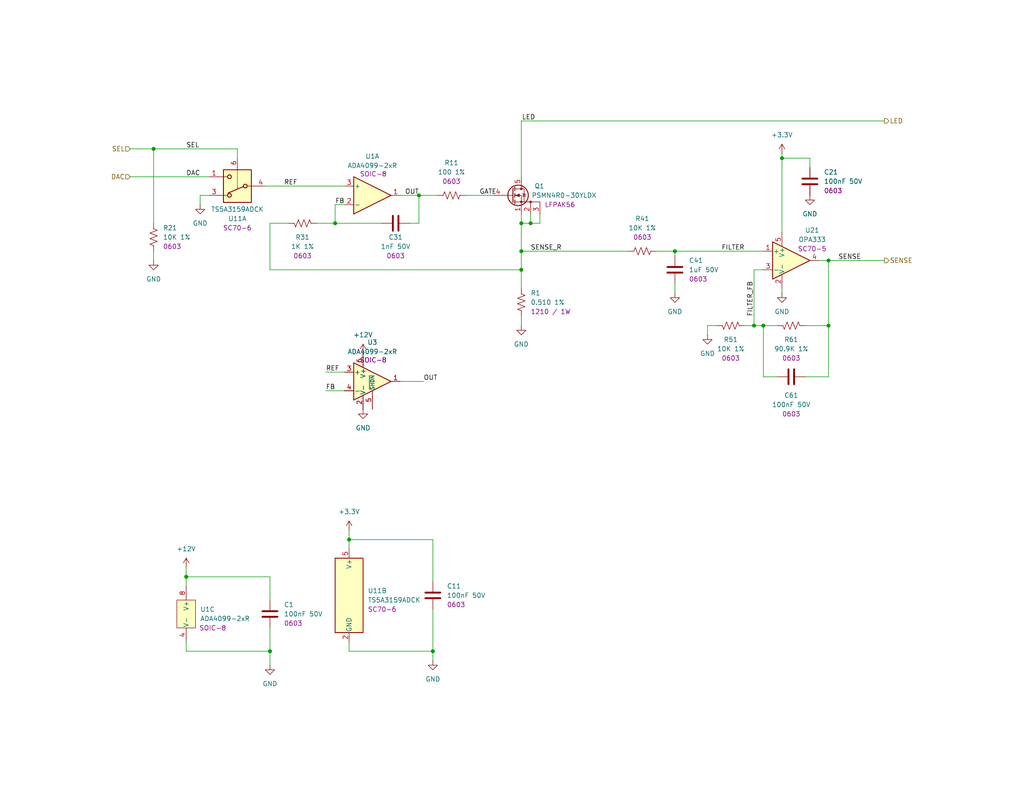
<source format=kicad_sch>
(kicad_sch
	(version 20250114)
	(generator "eeschema")
	(generator_version "9.0")
	(uuid "d95954a5-e306-4485-a8ed-bf4e368b2437")
	(paper "A")
	(title_block
		(title "PBM Driver 4 V2")
		(date "24-DEC-2025")
		(rev "A")
		(comment 1 "Part Number: PCB104 Rev A")
		(comment 4 "Copyright (c) 2025 John Vedder ")
		(comment 5 "MIT Licesnse")
	)
	(lib_symbols
		(symbol "$Local:+12V"
			(power)
			(pin_numbers
				(hide yes)
			)
			(pin_names
				(offset 0)
				(hide yes)
			)
			(exclude_from_sim no)
			(in_bom yes)
			(on_board yes)
			(property "Reference" "#PWR"
				(at 0 -3.81 0)
				(effects
					(font
						(size 1.27 1.27)
					)
					(hide yes)
				)
			)
			(property "Value" "+12V"
				(at 0 3.556 0)
				(effects
					(font
						(size 1.27 1.27)
					)
				)
			)
			(property "Footprint" ""
				(at 0 0 0)
				(effects
					(font
						(size 1.27 1.27)
					)
					(hide yes)
				)
			)
			(property "Datasheet" ""
				(at 0 0 0)
				(effects
					(font
						(size 1.27 1.27)
					)
					(hide yes)
				)
			)
			(property "Description" "Power symbol creates a global label with name \"+12V\""
				(at 0 0 0)
				(effects
					(font
						(size 1.27 1.27)
					)
					(hide yes)
				)
			)
			(property "ki_keywords" "global power"
				(at 0 0 0)
				(effects
					(font
						(size 1.27 1.27)
					)
					(hide yes)
				)
			)
			(symbol "+12V_0_1"
				(polyline
					(pts
						(xy -0.762 1.27) (xy 0 2.54)
					)
					(stroke
						(width 0)
						(type default)
					)
					(fill
						(type none)
					)
				)
				(polyline
					(pts
						(xy 0 2.54) (xy 0.762 1.27)
					)
					(stroke
						(width 0)
						(type default)
					)
					(fill
						(type none)
					)
				)
				(polyline
					(pts
						(xy 0 0) (xy 0 2.54)
					)
					(stroke
						(width 0)
						(type default)
					)
					(fill
						(type none)
					)
				)
			)
			(symbol "+12V_1_1"
				(pin power_in line
					(at 0 0 90)
					(length 0)
					(name "~"
						(effects
							(font
								(size 1.27 1.27)
							)
						)
					)
					(number "1"
						(effects
							(font
								(size 1.27 1.27)
							)
						)
					)
				)
			)
			(embedded_fonts no)
		)
		(symbol "$Local:+3.3V"
			(power)
			(pin_numbers
				(hide yes)
			)
			(pin_names
				(offset 0)
				(hide yes)
			)
			(exclude_from_sim no)
			(in_bom yes)
			(on_board yes)
			(property "Reference" "#PWR"
				(at 0 -3.81 0)
				(effects
					(font
						(size 1.27 1.27)
					)
					(hide yes)
				)
			)
			(property "Value" "+3.3V"
				(at 0 3.556 0)
				(effects
					(font
						(size 1.27 1.27)
					)
				)
			)
			(property "Footprint" ""
				(at 0 0 0)
				(effects
					(font
						(size 1.27 1.27)
					)
					(hide yes)
				)
			)
			(property "Datasheet" ""
				(at 0 0 0)
				(effects
					(font
						(size 1.27 1.27)
					)
					(hide yes)
				)
			)
			(property "Description" "Power symbol creates a global label with name \"+3.3V\""
				(at 0 0 0)
				(effects
					(font
						(size 1.27 1.27)
					)
					(hide yes)
				)
			)
			(property "ki_keywords" "global power"
				(at 0 0 0)
				(effects
					(font
						(size 1.27 1.27)
					)
					(hide yes)
				)
			)
			(symbol "+3.3V_0_1"
				(polyline
					(pts
						(xy -0.762 1.27) (xy 0 2.54)
					)
					(stroke
						(width 0)
						(type default)
					)
					(fill
						(type none)
					)
				)
				(polyline
					(pts
						(xy 0 2.54) (xy 0.762 1.27)
					)
					(stroke
						(width 0)
						(type default)
					)
					(fill
						(type none)
					)
				)
				(polyline
					(pts
						(xy 0 0) (xy 0 2.54)
					)
					(stroke
						(width 0)
						(type default)
					)
					(fill
						(type none)
					)
				)
			)
			(symbol "+3.3V_1_1"
				(pin power_in line
					(at 0 0 90)
					(length 0)
					(name "~"
						(effects
							(font
								(size 1.27 1.27)
							)
						)
					)
					(number "1"
						(effects
							(font
								(size 1.27 1.27)
							)
						)
					)
				)
			)
			(embedded_fonts no)
		)
		(symbol "$Local:ADA4099-2xR"
			(pin_names
				(offset 0.127)
			)
			(exclude_from_sim no)
			(in_bom yes)
			(on_board yes)
			(property "Reference" "U"
				(at 3.048 8.382 0)
				(effects
					(font
						(size 1.27 1.27)
					)
					(justify left)
				)
			)
			(property "Value" "ADA4099-2xR"
				(at 3.048 5.842 0)
				(effects
					(font
						(size 1.27 1.27)
					)
					(justify left)
				)
			)
			(property "Footprint" "$Local:SOIC-8_3.9x4.9mm_P1.27mm"
				(at 2.54 0 0)
				(effects
					(font
						(size 1.27 1.27)
					)
					(hide yes)
				)
			)
			(property "Datasheet" "https://www.analog.com/media/en/technical-documentation/data-sheets/ada4099-1_ada4099-2.pdf"
				(at 6.35 3.81 0)
				(effects
					(font
						(size 1.27 1.27)
					)
					(hide yes)
				)
			)
			(property "Description" "Dual OpAmp, 50V, 8MHz, RRIO, 1.5mA/Ch, 5.5V/uS, SOIC-8"
				(at 0 0 0)
				(effects
					(font
						(size 1.27 1.27)
					)
					(hide yes)
				)
			)
			(property "PN" "505-ADA4099-2BRZ-ND"
				(at 0 0 0)
				(effects
					(font
						(size 1.27 1.27)
					)
					(hide yes)
				)
			)
			(property "Package" "SOIC-8"
				(at 3.048 3.302 0)
				(effects
					(font
						(size 1.27 1.27)
					)
					(justify left)
				)
			)
			(property "ki_locked" ""
				(at 0 0 0)
				(effects
					(font
						(size 1.27 1.27)
					)
				)
			)
			(property "ki_keywords" "operational amplifier analog-devices high-voltage rrio"
				(at 0 0 0)
				(effects
					(font
						(size 1.27 1.27)
					)
					(hide yes)
				)
			)
			(property "ki_fp_filters" "SOIC*3.9x4.9mm*P1.27mm*"
				(at 0 0 0)
				(effects
					(font
						(size 1.27 1.27)
					)
					(hide yes)
				)
			)
			(symbol "ADA4099-2xR_1_1"
				(polyline
					(pts
						(xy 5.08 0) (xy -5.08 5.08) (xy -5.08 -5.08) (xy 5.08 0)
					)
					(stroke
						(width 0.254)
						(type default)
					)
					(fill
						(type background)
					)
				)
				(pin input line
					(at -7.62 2.54 0)
					(length 2.54)
					(name "+"
						(effects
							(font
								(size 1.27 1.27)
							)
						)
					)
					(number "3"
						(effects
							(font
								(size 1.27 1.27)
							)
						)
					)
				)
				(pin input line
					(at -7.62 -2.54 0)
					(length 2.54)
					(name "-"
						(effects
							(font
								(size 1.27 1.27)
							)
						)
					)
					(number "2"
						(effects
							(font
								(size 1.27 1.27)
							)
						)
					)
				)
				(pin output line
					(at 7.62 0 180)
					(length 2.54)
					(name "~"
						(effects
							(font
								(size 1.27 1.27)
							)
						)
					)
					(number "1"
						(effects
							(font
								(size 1.27 1.27)
							)
						)
					)
				)
			)
			(symbol "ADA4099-2xR_2_1"
				(polyline
					(pts
						(xy 5.08 0) (xy -5.08 5.08) (xy -5.08 -5.08) (xy 5.08 0)
					)
					(stroke
						(width 0.254)
						(type default)
					)
					(fill
						(type background)
					)
				)
				(pin input line
					(at -7.62 2.54 0)
					(length 2.54)
					(name "+"
						(effects
							(font
								(size 1.27 1.27)
							)
						)
					)
					(number "5"
						(effects
							(font
								(size 1.27 1.27)
							)
						)
					)
				)
				(pin input line
					(at -7.62 -2.54 0)
					(length 2.54)
					(name "-"
						(effects
							(font
								(size 1.27 1.27)
							)
						)
					)
					(number "6"
						(effects
							(font
								(size 1.27 1.27)
							)
						)
					)
				)
				(pin output line
					(at 7.62 0 180)
					(length 2.54)
					(name "~"
						(effects
							(font
								(size 1.27 1.27)
							)
						)
					)
					(number "7"
						(effects
							(font
								(size 1.27 1.27)
							)
						)
					)
				)
			)
			(symbol "ADA4099-2xR_3_1"
				(rectangle
					(start -2.54 3.81)
					(end 2.54 -3.81)
					(stroke
						(width 0)
						(type default)
					)
					(fill
						(type background)
					)
				)
				(pin power_in line
					(at 0 7.62 270)
					(length 3.81)
					(name "V+"
						(effects
							(font
								(size 1.27 1.27)
							)
						)
					)
					(number "8"
						(effects
							(font
								(size 1.27 1.27)
							)
						)
					)
				)
				(pin power_in line
					(at 0 -7.62 90)
					(length 3.81)
					(name "V-"
						(effects
							(font
								(size 1.27 1.27)
							)
						)
					)
					(number "4"
						(effects
							(font
								(size 1.27 1.27)
							)
						)
					)
				)
			)
			(embedded_fonts no)
		)
		(symbol "$Local:C_0603_100NF_50V"
			(pin_numbers
				(hide yes)
			)
			(pin_names
				(offset 0.254)
			)
			(exclude_from_sim no)
			(in_bom yes)
			(on_board yes)
			(property "Reference" "C"
				(at 3.81 1.2701 0)
				(effects
					(font
						(size 1.27 1.27)
					)
					(justify left)
				)
			)
			(property "Value" "100nF 50V"
				(at 3.81 -1.2699 0)
				(effects
					(font
						(size 1.27 1.27)
					)
					(justify left)
				)
			)
			(property "Footprint" "$Local:C_0603_1608Metric"
				(at 0.9652 -3.81 0)
				(effects
					(font
						(size 1.27 1.27)
					)
					(hide yes)
				)
			)
			(property "Datasheet" "~"
				(at 0 0 0)
				(effects
					(font
						(size 1.27 1.27)
					)
					(hide yes)
				)
			)
			(property "Description" "CAP CER 100nF 50V X7R 0603"
				(at 0 0 0)
				(effects
					(font
						(size 1.27 1.27)
					)
					(hide yes)
				)
			)
			(property "Size" "0603"
				(at 3.81 -3.81 0)
				(effects
					(font
						(size 1.27 1.27)
					)
					(justify left)
				)
			)
			(property "PN" "399-5089-1-ND "
				(at 0 0 0)
				(effects
					(font
						(size 1.27 1.27)
					)
					(hide yes)
				)
			)
			(property "ki_keywords" "cap capacitor"
				(at 0 0 0)
				(effects
					(font
						(size 1.27 1.27)
					)
					(hide yes)
				)
			)
			(property "ki_fp_filters" "C_*"
				(at 0 0 0)
				(effects
					(font
						(size 1.27 1.27)
					)
					(hide yes)
				)
			)
			(symbol "C_0603_100NF_50V_0_1"
				(polyline
					(pts
						(xy -2.032 0.762) (xy 2.032 0.762)
					)
					(stroke
						(width 0.508)
						(type default)
					)
					(fill
						(type none)
					)
				)
				(polyline
					(pts
						(xy -2.032 -0.762) (xy 2.032 -0.762)
					)
					(stroke
						(width 0.508)
						(type default)
					)
					(fill
						(type none)
					)
				)
			)
			(symbol "C_0603_100NF_50V_1_1"
				(pin passive line
					(at 0 3.81 270)
					(length 2.794)
					(name "~"
						(effects
							(font
								(size 1.27 1.27)
							)
						)
					)
					(number "1"
						(effects
							(font
								(size 1.27 1.27)
							)
						)
					)
				)
				(pin passive line
					(at 0 -3.81 90)
					(length 2.794)
					(name "~"
						(effects
							(font
								(size 1.27 1.27)
							)
						)
					)
					(number "2"
						(effects
							(font
								(size 1.27 1.27)
							)
						)
					)
				)
			)
			(embedded_fonts no)
		)
		(symbol "$Local:C_0603_1NF_50V"
			(pin_numbers
				(hide yes)
			)
			(pin_names
				(offset 0.254)
			)
			(exclude_from_sim no)
			(in_bom yes)
			(on_board yes)
			(property "Reference" "C"
				(at 3.81 1.2701 0)
				(effects
					(font
						(size 1.27 1.27)
					)
					(justify left)
				)
			)
			(property "Value" "1nF 50V"
				(at 3.81 -1.2699 0)
				(effects
					(font
						(size 1.27 1.27)
					)
					(justify left)
				)
			)
			(property "Footprint" "$Local:C_0603_1608Metric"
				(at 0.9652 -3.81 0)
				(effects
					(font
						(size 1.27 1.27)
					)
					(hide yes)
				)
			)
			(property "Datasheet" "~"
				(at 0 0 0)
				(effects
					(font
						(size 1.27 1.27)
					)
					(hide yes)
				)
			)
			(property "Description" "CAP CER 1nF 50V X7R 0603"
				(at 0 0 0)
				(effects
					(font
						(size 1.27 1.27)
					)
					(hide yes)
				)
			)
			(property "Size" "0603"
				(at 3.81 -3.81 0)
				(effects
					(font
						(size 1.27 1.27)
					)
					(justify left)
				)
			)
			(property "PN" "399-1082-1-ND "
				(at 0 0 0)
				(effects
					(font
						(size 1.27 1.27)
					)
					(hide yes)
				)
			)
			(property "ki_keywords" "cap capacitor"
				(at 0 0 0)
				(effects
					(font
						(size 1.27 1.27)
					)
					(hide yes)
				)
			)
			(property "ki_fp_filters" "C_*"
				(at 0 0 0)
				(effects
					(font
						(size 1.27 1.27)
					)
					(hide yes)
				)
			)
			(symbol "C_0603_1NF_50V_0_1"
				(polyline
					(pts
						(xy -2.032 0.762) (xy 2.032 0.762)
					)
					(stroke
						(width 0.508)
						(type default)
					)
					(fill
						(type none)
					)
				)
				(polyline
					(pts
						(xy -2.032 -0.762) (xy 2.032 -0.762)
					)
					(stroke
						(width 0.508)
						(type default)
					)
					(fill
						(type none)
					)
				)
			)
			(symbol "C_0603_1NF_50V_1_1"
				(pin passive line
					(at 0 3.81 270)
					(length 2.794)
					(name "~"
						(effects
							(font
								(size 1.27 1.27)
							)
						)
					)
					(number "1"
						(effects
							(font
								(size 1.27 1.27)
							)
						)
					)
				)
				(pin passive line
					(at 0 -3.81 90)
					(length 2.794)
					(name "~"
						(effects
							(font
								(size 1.27 1.27)
							)
						)
					)
					(number "2"
						(effects
							(font
								(size 1.27 1.27)
							)
						)
					)
				)
			)
			(embedded_fonts no)
		)
		(symbol "$Local:GND"
			(power)
			(pin_numbers
				(hide yes)
			)
			(pin_names
				(offset 0)
				(hide yes)
			)
			(exclude_from_sim no)
			(in_bom yes)
			(on_board yes)
			(property "Reference" "#PWR"
				(at 0 -6.35 0)
				(effects
					(font
						(size 1.27 1.27)
					)
					(hide yes)
				)
			)
			(property "Value" "GND"
				(at 0 -3.81 0)
				(effects
					(font
						(size 1.27 1.27)
					)
				)
			)
			(property "Footprint" ""
				(at 0 0 0)
				(effects
					(font
						(size 1.27 1.27)
					)
					(hide yes)
				)
			)
			(property "Datasheet" ""
				(at 0 0 0)
				(effects
					(font
						(size 1.27 1.27)
					)
					(hide yes)
				)
			)
			(property "Description" "Power symbol creates a global label with name \"GND\" , ground"
				(at 0 0 0)
				(effects
					(font
						(size 1.27 1.27)
					)
					(hide yes)
				)
			)
			(property "ki_keywords" "global power"
				(at 0 0 0)
				(effects
					(font
						(size 1.27 1.27)
					)
					(hide yes)
				)
			)
			(symbol "GND_0_1"
				(polyline
					(pts
						(xy 0 0) (xy 0 -1.27) (xy 1.27 -1.27) (xy 0 -2.54) (xy -1.27 -1.27) (xy 0 -1.27)
					)
					(stroke
						(width 0)
						(type default)
					)
					(fill
						(type none)
					)
				)
			)
			(symbol "GND_1_1"
				(pin power_in line
					(at 0 0 270)
					(length 0)
					(name "~"
						(effects
							(font
								(size 1.27 1.27)
							)
						)
					)
					(number "1"
						(effects
							(font
								(size 1.27 1.27)
							)
						)
					)
				)
			)
			(embedded_fonts no)
		)
		(symbol "$Local:OPA333"
			(pin_names
				(offset 0.127)
			)
			(exclude_from_sim no)
			(in_bom yes)
			(on_board yes)
			(property "Reference" "U"
				(at 0 5.08 0)
				(effects
					(font
						(size 1.27 1.27)
					)
					(justify left)
				)
			)
			(property "Value" "OPA333"
				(at 0 -5.08 0)
				(effects
					(font
						(size 1.27 1.27)
					)
					(justify left)
				)
			)
			(property "Footprint" ""
				(at 0 0 0)
				(effects
					(font
						(size 1.27 1.27)
					)
					(justify left)
					(hide yes)
				)
			)
			(property "Datasheet" "http://www.ti.com/lit/ds/symlink/lmv324.pdf"
				(at 0 0 0)
				(effects
					(font
						(size 1.27 1.27)
					)
					(hide yes)
				)
			)
			(property "Description" "Low-Voltage Rail-to-Rail Output Operational Amplifiers, SOT-23-5/SC-70-5"
				(at 0 0 0)
				(effects
					(font
						(size 1.27 1.27)
					)
					(hide yes)
				)
			)
			(property "ki_keywords" "single opamp"
				(at 0 0 0)
				(effects
					(font
						(size 1.27 1.27)
					)
					(hide yes)
				)
			)
			(property "ki_fp_filters" "SOT?23* *SC*70*"
				(at 0 0 0)
				(effects
					(font
						(size 1.27 1.27)
					)
					(hide yes)
				)
			)
			(symbol "OPA333_0_1"
				(polyline
					(pts
						(xy -5.08 5.08) (xy 5.08 0) (xy -5.08 -5.08) (xy -5.08 5.08)
					)
					(stroke
						(width 0.254)
						(type default)
					)
					(fill
						(type background)
					)
				)
				(pin power_in line
					(at -2.54 7.62 270)
					(length 3.81)
					(name "V+"
						(effects
							(font
								(size 1.27 1.27)
							)
						)
					)
					(number "5"
						(effects
							(font
								(size 1.27 1.27)
							)
						)
					)
				)
				(pin power_in line
					(at -2.54 -7.62 90)
					(length 3.81)
					(name "V-"
						(effects
							(font
								(size 1.27 1.27)
							)
						)
					)
					(number "2"
						(effects
							(font
								(size 1.27 1.27)
							)
						)
					)
				)
			)
			(symbol "OPA333_1_1"
				(pin input line
					(at -7.62 2.54 0)
					(length 2.54)
					(name "+"
						(effects
							(font
								(size 1.27 1.27)
							)
						)
					)
					(number "1"
						(effects
							(font
								(size 1.27 1.27)
							)
						)
					)
				)
				(pin input line
					(at -7.62 -2.54 0)
					(length 2.54)
					(name "-"
						(effects
							(font
								(size 1.27 1.27)
							)
						)
					)
					(number "3"
						(effects
							(font
								(size 1.27 1.27)
							)
						)
					)
				)
				(pin output line
					(at 7.62 0 180)
					(length 2.54)
					(name "~"
						(effects
							(font
								(size 1.27 1.27)
							)
						)
					)
					(number "4"
						(effects
							(font
								(size 1.27 1.27)
							)
						)
					)
				)
			)
			(embedded_fonts no)
		)
		(symbol "$Local:PSMN4R0-30YLDX"
			(pin_names
				(hide yes)
			)
			(exclude_from_sim no)
			(in_bom yes)
			(on_board yes)
			(property "Reference" "Q"
				(at 5.334 2.032 0)
				(effects
					(font
						(size 1.27 1.27)
					)
					(justify left)
				)
			)
			(property "Value" "PSMN4R0-30YLDX"
				(at 5.334 0 0)
				(effects
					(font
						(size 1.27 1.27)
					)
					(justify left)
				)
			)
			(property "Footprint" "$Local:LFPAK56"
				(at 5.08 -1.905 0)
				(effects
					(font
						(size 1.27 1.27)
						(italic yes)
					)
					(justify left)
					(hide yes)
				)
			)
			(property "Datasheet" ""
				(at 5.08 -3.81 0)
				(effects
					(font
						(size 1.27 1.27)
					)
					(justify left)
					(hide yes)
				)
			)
			(property "Description" "N-FET, 30V, 95A, 4mΩ, MOSFET, LFPAK56"
				(at 0 0 0)
				(effects
					(font
						(size 1.27 1.27)
					)
					(hide yes)
				)
			)
			(property "PN" "1727-1232-1-ND"
				(at 0 0 0)
				(effects
					(font
						(size 1.27 1.27)
					)
					(hide yes)
				)
			)
			(property "ki_keywords" "N-Channel MOSFET"
				(at 0 0 0)
				(effects
					(font
						(size 1.27 1.27)
					)
					(hide yes)
				)
			)
			(property "ki_fp_filters" "LFPAK56*"
				(at 0 0 0)
				(effects
					(font
						(size 1.27 1.27)
					)
					(hide yes)
				)
			)
			(symbol "PSMN4R0-30YLDX_0_1"
				(polyline
					(pts
						(xy 0.254 1.905) (xy 0.254 -1.905)
					)
					(stroke
						(width 0.254)
						(type default)
					)
					(fill
						(type none)
					)
				)
				(polyline
					(pts
						(xy 0.254 0) (xy -2.54 0)
					)
					(stroke
						(width 0)
						(type default)
					)
					(fill
						(type none)
					)
				)
				(polyline
					(pts
						(xy 0.762 2.286) (xy 0.762 1.27)
					)
					(stroke
						(width 0.254)
						(type default)
					)
					(fill
						(type none)
					)
				)
				(polyline
					(pts
						(xy 0.762 0.508) (xy 0.762 -0.508)
					)
					(stroke
						(width 0.254)
						(type default)
					)
					(fill
						(type none)
					)
				)
				(polyline
					(pts
						(xy 0.762 -1.27) (xy 0.762 -2.286)
					)
					(stroke
						(width 0.254)
						(type default)
					)
					(fill
						(type none)
					)
				)
				(polyline
					(pts
						(xy 0.762 -1.778) (xy 3.302 -1.778) (xy 3.302 1.778) (xy 0.762 1.778)
					)
					(stroke
						(width 0)
						(type default)
					)
					(fill
						(type none)
					)
				)
				(polyline
					(pts
						(xy 1.016 0) (xy 2.032 0.381) (xy 2.032 -0.381) (xy 1.016 0)
					)
					(stroke
						(width 0)
						(type default)
					)
					(fill
						(type outline)
					)
				)
				(circle
					(center 1.651 0)
					(radius 2.794)
					(stroke
						(width 0.254)
						(type default)
					)
					(fill
						(type none)
					)
				)
				(polyline
					(pts
						(xy 2.54 2.54) (xy 2.54 1.778)
					)
					(stroke
						(width 0)
						(type default)
					)
					(fill
						(type none)
					)
				)
				(circle
					(center 2.54 1.778)
					(radius 0.254)
					(stroke
						(width 0)
						(type default)
					)
					(fill
						(type outline)
					)
				)
				(circle
					(center 2.54 -1.778)
					(radius 0.254)
					(stroke
						(width 0)
						(type default)
					)
					(fill
						(type outline)
					)
				)
				(polyline
					(pts
						(xy 2.54 -2.54) (xy 2.54 0) (xy 0.762 0)
					)
					(stroke
						(width 0)
						(type default)
					)
					(fill
						(type none)
					)
				)
				(polyline
					(pts
						(xy 2.794 0.508) (xy 2.921 0.381) (xy 3.683 0.381) (xy 3.81 0.254)
					)
					(stroke
						(width 0)
						(type default)
					)
					(fill
						(type none)
					)
				)
				(polyline
					(pts
						(xy 3.302 0.381) (xy 2.921 -0.254) (xy 3.683 -0.254) (xy 3.302 0.381)
					)
					(stroke
						(width 0)
						(type default)
					)
					(fill
						(type none)
					)
				)
				(polyline
					(pts
						(xy 3.302 -1.778) (xy 7.62 -1.778) (xy 7.62 -2.54)
					)
					(stroke
						(width 0)
						(type default)
					)
					(fill
						(type none)
					)
				)
				(circle
					(center 5.08 -1.778)
					(radius 0.254)
					(stroke
						(width 0)
						(type default)
					)
					(fill
						(type outline)
					)
				)
				(polyline
					(pts
						(xy 5.08 -2.54) (xy 5.08 -1.778)
					)
					(stroke
						(width 0)
						(type default)
					)
					(fill
						(type none)
					)
				)
			)
			(symbol "PSMN4R0-30YLDX_1_1"
				(pin passive line
					(at -5.08 0 0)
					(length 2.54)
					(name "G"
						(effects
							(font
								(size 1.27 1.27)
							)
						)
					)
					(number "4"
						(effects
							(font
								(size 1.27 1.27)
							)
						)
					)
				)
				(pin passive line
					(at 2.54 5.08 270)
					(length 2.54)
					(name "D"
						(effects
							(font
								(size 1.27 1.27)
							)
						)
					)
					(number "5"
						(effects
							(font
								(size 1.27 1.27)
							)
						)
					)
				)
				(pin passive line
					(at 2.54 -5.08 90)
					(length 2.54)
					(name "S"
						(effects
							(font
								(size 1.27 1.27)
							)
						)
					)
					(number "1"
						(effects
							(font
								(size 1.27 1.27)
							)
						)
					)
				)
				(pin passive line
					(at 5.08 -5.08 90)
					(length 2.54)
					(name "S"
						(effects
							(font
								(size 1.27 1.27)
							)
						)
					)
					(number "2"
						(effects
							(font
								(size 1.27 1.27)
							)
						)
					)
				)
				(pin passive line
					(at 7.62 -5.08 90)
					(length 2.54)
					(name "S"
						(effects
							(font
								(size 1.27 1.27)
							)
						)
					)
					(number "3"
						(effects
							(font
								(size 1.27 1.27)
							)
						)
					)
				)
			)
			(embedded_fonts no)
		)
		(symbol "$Local:R_0603_100"
			(pin_numbers
				(hide yes)
			)
			(pin_names
				(offset 0)
			)
			(exclude_from_sim no)
			(in_bom yes)
			(on_board yes)
			(property "Reference" "R"
				(at 2.54 0 90)
				(effects
					(font
						(size 1.27 1.27)
					)
				)
			)
			(property "Value" "100 1%"
				(at -5.08 0 90)
				(effects
					(font
						(size 1.27 1.27)
					)
				)
			)
			(property "Footprint" "$Local:R_0603_1608Metric"
				(at 1.016 -0.254 90)
				(effects
					(font
						(size 1.27 1.27)
					)
					(hide yes)
				)
			)
			(property "Datasheet" "~"
				(at 0 0 0)
				(effects
					(font
						(size 1.27 1.27)
					)
					(hide yes)
				)
			)
			(property "Description" "RES SMD 100 OHM 1% 1/10W 0603"
				(at 0 0 0)
				(effects
					(font
						(size 1.27 1.27)
					)
					(hide yes)
				)
			)
			(property "Size" "0603"
				(at -2.54 0 90)
				(effects
					(font
						(size 1.27 1.27)
					)
				)
			)
			(property "PN" ""
				(at 0 0 0)
				(effects
					(font
						(size 1.27 1.27)
					)
					(hide yes)
				)
			)
			(property "ki_keywords" "R res resistor"
				(at 0 0 0)
				(effects
					(font
						(size 1.27 1.27)
					)
					(hide yes)
				)
			)
			(property "ki_fp_filters" "R_*"
				(at 0 0 0)
				(effects
					(font
						(size 1.27 1.27)
					)
					(hide yes)
				)
			)
			(symbol "R_0603_100_0_1"
				(polyline
					(pts
						(xy 0 2.286) (xy 0 2.54)
					)
					(stroke
						(width 0)
						(type default)
					)
					(fill
						(type none)
					)
				)
				(polyline
					(pts
						(xy 0 2.286) (xy 1.016 1.905) (xy 0 1.524) (xy -1.016 1.143) (xy 0 0.762)
					)
					(stroke
						(width 0)
						(type default)
					)
					(fill
						(type none)
					)
				)
				(polyline
					(pts
						(xy 0 0.762) (xy 1.016 0.381) (xy 0 0) (xy -1.016 -0.381) (xy 0 -0.762)
					)
					(stroke
						(width 0)
						(type default)
					)
					(fill
						(type none)
					)
				)
				(polyline
					(pts
						(xy 0 -0.762) (xy 1.016 -1.143) (xy 0 -1.524) (xy -1.016 -1.905) (xy 0 -2.286)
					)
					(stroke
						(width 0)
						(type default)
					)
					(fill
						(type none)
					)
				)
				(polyline
					(pts
						(xy 0 -2.286) (xy 0 -2.54)
					)
					(stroke
						(width 0)
						(type default)
					)
					(fill
						(type none)
					)
				)
			)
			(symbol "R_0603_100_1_1"
				(pin passive line
					(at 0 3.81 270)
					(length 1.27)
					(name "~"
						(effects
							(font
								(size 1.27 1.27)
							)
						)
					)
					(number "1"
						(effects
							(font
								(size 1.27 1.27)
							)
						)
					)
				)
				(pin passive line
					(at 0 -3.81 90)
					(length 1.27)
					(name "~"
						(effects
							(font
								(size 1.27 1.27)
							)
						)
					)
					(number "2"
						(effects
							(font
								(size 1.27 1.27)
							)
						)
					)
				)
			)
			(embedded_fonts no)
		)
		(symbol "$Local:R_0603_10K"
			(pin_numbers
				(hide yes)
			)
			(pin_names
				(offset 0)
			)
			(exclude_from_sim no)
			(in_bom yes)
			(on_board yes)
			(property "Reference" "R"
				(at 2.54 0 90)
				(effects
					(font
						(size 1.27 1.27)
					)
				)
			)
			(property "Value" "10K 1%"
				(at -5.08 0 90)
				(effects
					(font
						(size 1.27 1.27)
					)
				)
			)
			(property "Footprint" "$Local:R_0603_1608Metric"
				(at 1.016 -0.254 90)
				(effects
					(font
						(size 1.27 1.27)
					)
					(hide yes)
				)
			)
			(property "Datasheet" "~"
				(at 0 0 0)
				(effects
					(font
						(size 1.27 1.27)
					)
					(hide yes)
				)
			)
			(property "Description" "RES SMD 10K OHM 1% 1/10W 0603"
				(at 0 0 0)
				(effects
					(font
						(size 1.27 1.27)
					)
					(hide yes)
				)
			)
			(property "Size" "0603"
				(at -2.54 0 90)
				(effects
					(font
						(size 1.27 1.27)
					)
				)
			)
			(property "PN" ""
				(at 0 0 0)
				(effects
					(font
						(size 1.27 1.27)
					)
					(hide yes)
				)
			)
			(property "ki_keywords" "R res resistor"
				(at 0 0 0)
				(effects
					(font
						(size 1.27 1.27)
					)
					(hide yes)
				)
			)
			(property "ki_fp_filters" "R_*"
				(at 0 0 0)
				(effects
					(font
						(size 1.27 1.27)
					)
					(hide yes)
				)
			)
			(symbol "R_0603_10K_0_1"
				(polyline
					(pts
						(xy 0 2.286) (xy 0 2.54)
					)
					(stroke
						(width 0)
						(type default)
					)
					(fill
						(type none)
					)
				)
				(polyline
					(pts
						(xy 0 2.286) (xy 1.016 1.905) (xy 0 1.524) (xy -1.016 1.143) (xy 0 0.762)
					)
					(stroke
						(width 0)
						(type default)
					)
					(fill
						(type none)
					)
				)
				(polyline
					(pts
						(xy 0 0.762) (xy 1.016 0.381) (xy 0 0) (xy -1.016 -0.381) (xy 0 -0.762)
					)
					(stroke
						(width 0)
						(type default)
					)
					(fill
						(type none)
					)
				)
				(polyline
					(pts
						(xy 0 -0.762) (xy 1.016 -1.143) (xy 0 -1.524) (xy -1.016 -1.905) (xy 0 -2.286)
					)
					(stroke
						(width 0)
						(type default)
					)
					(fill
						(type none)
					)
				)
				(polyline
					(pts
						(xy 0 -2.286) (xy 0 -2.54)
					)
					(stroke
						(width 0)
						(type default)
					)
					(fill
						(type none)
					)
				)
			)
			(symbol "R_0603_10K_1_1"
				(pin passive line
					(at 0 3.81 270)
					(length 1.27)
					(name "~"
						(effects
							(font
								(size 1.27 1.27)
							)
						)
					)
					(number "1"
						(effects
							(font
								(size 1.27 1.27)
							)
						)
					)
				)
				(pin passive line
					(at 0 -3.81 90)
					(length 1.27)
					(name "~"
						(effects
							(font
								(size 1.27 1.27)
							)
						)
					)
					(number "2"
						(effects
							(font
								(size 1.27 1.27)
							)
						)
					)
				)
			)
			(embedded_fonts no)
		)
		(symbol "$Local:R_0603_1K"
			(pin_numbers
				(hide yes)
			)
			(pin_names
				(offset 0)
			)
			(exclude_from_sim no)
			(in_bom yes)
			(on_board yes)
			(property "Reference" "R"
				(at 2.54 0 90)
				(effects
					(font
						(size 1.27 1.27)
					)
				)
			)
			(property "Value" "1K 1%"
				(at -5.08 0 90)
				(effects
					(font
						(size 1.27 1.27)
					)
				)
			)
			(property "Footprint" "$Local:R_0603_1608Metric"
				(at 1.016 -0.254 90)
				(effects
					(font
						(size 1.27 1.27)
					)
					(hide yes)
				)
			)
			(property "Datasheet" "~"
				(at 0 0 0)
				(effects
					(font
						(size 1.27 1.27)
					)
					(hide yes)
				)
			)
			(property "Description" "RES SMD 1K OHM 1% 1/10W 0603"
				(at 0 0 0)
				(effects
					(font
						(size 1.27 1.27)
					)
					(hide yes)
				)
			)
			(property "Size" "0603"
				(at -2.54 0 90)
				(effects
					(font
						(size 1.27 1.27)
					)
				)
			)
			(property "PN" ""
				(at 0 0 0)
				(effects
					(font
						(size 1.27 1.27)
					)
					(hide yes)
				)
			)
			(property "ki_keywords" "R res resistor"
				(at 0 0 0)
				(effects
					(font
						(size 1.27 1.27)
					)
					(hide yes)
				)
			)
			(property "ki_fp_filters" "R_*"
				(at 0 0 0)
				(effects
					(font
						(size 1.27 1.27)
					)
					(hide yes)
				)
			)
			(symbol "R_0603_1K_0_1"
				(polyline
					(pts
						(xy 0 2.286) (xy 0 2.54)
					)
					(stroke
						(width 0)
						(type default)
					)
					(fill
						(type none)
					)
				)
				(polyline
					(pts
						(xy 0 2.286) (xy 1.016 1.905) (xy 0 1.524) (xy -1.016 1.143) (xy 0 0.762)
					)
					(stroke
						(width 0)
						(type default)
					)
					(fill
						(type none)
					)
				)
				(polyline
					(pts
						(xy 0 0.762) (xy 1.016 0.381) (xy 0 0) (xy -1.016 -0.381) (xy 0 -0.762)
					)
					(stroke
						(width 0)
						(type default)
					)
					(fill
						(type none)
					)
				)
				(polyline
					(pts
						(xy 0 -0.762) (xy 1.016 -1.143) (xy 0 -1.524) (xy -1.016 -1.905) (xy 0 -2.286)
					)
					(stroke
						(width 0)
						(type default)
					)
					(fill
						(type none)
					)
				)
				(polyline
					(pts
						(xy 0 -2.286) (xy 0 -2.54)
					)
					(stroke
						(width 0)
						(type default)
					)
					(fill
						(type none)
					)
				)
			)
			(symbol "R_0603_1K_1_1"
				(pin passive line
					(at 0 3.81 270)
					(length 1.27)
					(name "~"
						(effects
							(font
								(size 1.27 1.27)
							)
						)
					)
					(number "1"
						(effects
							(font
								(size 1.27 1.27)
							)
						)
					)
				)
				(pin passive line
					(at 0 -3.81 90)
					(length 1.27)
					(name "~"
						(effects
							(font
								(size 1.27 1.27)
							)
						)
					)
					(number "2"
						(effects
							(font
								(size 1.27 1.27)
							)
						)
					)
				)
			)
			(embedded_fonts no)
		)
		(symbol "$Local:R_1210_R51"
			(pin_numbers
				(hide yes)
			)
			(pin_names
				(offset 0)
			)
			(exclude_from_sim no)
			(in_bom yes)
			(on_board yes)
			(property "Reference" "R"
				(at 2.54 0 90)
				(effects
					(font
						(size 1.27 1.27)
					)
				)
			)
			(property "Value" "0.510 1%"
				(at -5.08 0 90)
				(effects
					(font
						(size 1.27 1.27)
					)
				)
			)
			(property "Footprint" "$Local:R_1210_3225Metric_Pad1.30x2.65mm_HandSolder"
				(at 1.016 -0.254 90)
				(effects
					(font
						(size 1.27 1.27)
					)
					(hide yes)
				)
			)
			(property "Datasheet" "~"
				(at 0 0 0)
				(effects
					(font
						(size 1.27 1.27)
					)
					(hide yes)
				)
			)
			(property "Description" "RES 0.51 OHM 1% 1W 1210"
				(at 0 0 0)
				(effects
					(font
						(size 1.27 1.27)
					)
					(hide yes)
				)
			)
			(property "Size" "1210 / 1W"
				(at -2.54 0 90)
				(effects
					(font
						(size 1.27 1.27)
					)
				)
			)
			(property "PN" "RCWE.51FCT-ND"
				(at 0 0 0)
				(effects
					(font
						(size 1.27 1.27)
					)
					(hide yes)
				)
			)
			(property "ki_keywords" "R res resistor"
				(at 0 0 0)
				(effects
					(font
						(size 1.27 1.27)
					)
					(hide yes)
				)
			)
			(property "ki_fp_filters" "R_*"
				(at 0 0 0)
				(effects
					(font
						(size 1.27 1.27)
					)
					(hide yes)
				)
			)
			(symbol "R_1210_R51_0_1"
				(polyline
					(pts
						(xy 0 2.286) (xy 0 2.54)
					)
					(stroke
						(width 0)
						(type default)
					)
					(fill
						(type none)
					)
				)
				(polyline
					(pts
						(xy 0 2.286) (xy 1.016 1.905) (xy 0 1.524) (xy -1.016 1.143) (xy 0 0.762)
					)
					(stroke
						(width 0)
						(type default)
					)
					(fill
						(type none)
					)
				)
				(polyline
					(pts
						(xy 0 0.762) (xy 1.016 0.381) (xy 0 0) (xy -1.016 -0.381) (xy 0 -0.762)
					)
					(stroke
						(width 0)
						(type default)
					)
					(fill
						(type none)
					)
				)
				(polyline
					(pts
						(xy 0 -0.762) (xy 1.016 -1.143) (xy 0 -1.524) (xy -1.016 -1.905) (xy 0 -2.286)
					)
					(stroke
						(width 0)
						(type default)
					)
					(fill
						(type none)
					)
				)
				(polyline
					(pts
						(xy 0 -2.286) (xy 0 -2.54)
					)
					(stroke
						(width 0)
						(type default)
					)
					(fill
						(type none)
					)
				)
			)
			(symbol "R_1210_R51_1_1"
				(pin passive line
					(at 0 3.81 270)
					(length 1.27)
					(name "~"
						(effects
							(font
								(size 1.27 1.27)
							)
						)
					)
					(number "1"
						(effects
							(font
								(size 1.27 1.27)
							)
						)
					)
				)
				(pin passive line
					(at 0 -3.81 90)
					(length 1.27)
					(name "~"
						(effects
							(font
								(size 1.27 1.27)
							)
						)
					)
					(number "2"
						(effects
							(font
								(size 1.27 1.27)
							)
						)
					)
				)
			)
			(embedded_fonts no)
		)
		(symbol "$Local:TS5A3159ADCK"
			(pin_names
				(offset 0.127)
			)
			(exclude_from_sim no)
			(in_bom yes)
			(on_board yes)
			(property "Reference" "U"
				(at -3.175 7.239 0)
				(effects
					(font
						(size 1.27 1.27)
					)
					(justify left)
				)
			)
			(property "Value" "TS5A3159ADCK"
				(at -3.175 5.461 0)
				(effects
					(font
						(size 1.27 1.27)
					)
					(justify left)
				)
			)
			(property "Footprint" "$Local:SOT-363_SC-70-6"
				(at 1.27 -14.605 0)
				(effects
					(font
						(size 1.27 1.27)
					)
					(justify left)
					(hide yes)
				)
			)
			(property "Datasheet" "http://www.ti.com/lit/ds/symlink/ts5a3159a.pdf"
				(at 1.27 -12.065 0)
				(effects
					(font
						(size 1.27 1.27)
					)
					(justify left)
					(hide yes)
				)
			)
			(property "Description" "Single SPDT Analog Switch, 1.65-V to 5.5-V Single-Supply Operation, 1-Ohm Ron, SC-70-6"
				(at 0 0 0)
				(effects
					(font
						(size 1.27 1.27)
					)
					(hide yes)
				)
			)
			(property "Digikey" "296-21188-1-ND"
				(at 0 0 0)
				(effects
					(font
						(size 1.27 1.27)
					)
					(hide yes)
				)
			)
			(property "ki_keywords" "Analog Switch"
				(at 0 0 0)
				(effects
					(font
						(size 1.27 1.27)
					)
					(hide yes)
				)
			)
			(property "ki_fp_filters" "*SC?70*"
				(at 0 0 0)
				(effects
					(font
						(size 1.27 1.27)
					)
					(hide yes)
				)
			)
			(symbol "TS5A3159ADCK_1_1"
				(polyline
					(pts
						(xy -5.08 0) (xy -2.794 0)
					)
					(stroke
						(width 0)
						(type default)
					)
					(fill
						(type none)
					)
				)
				(rectangle
					(start -3.81 4.445)
					(end 3.81 -4.445)
					(stroke
						(width 0.254)
						(type default)
					)
					(fill
						(type background)
					)
				)
				(circle
					(center -2.159 0)
					(radius 0.508)
					(stroke
						(width 0.254)
						(type default)
					)
					(fill
						(type none)
					)
				)
				(polyline
					(pts
						(xy -1.651 0.127) (xy 2.54 1.905)
					)
					(stroke
						(width 0.254)
						(type default)
					)
					(fill
						(type none)
					)
				)
				(polyline
					(pts
						(xy 0 0.254) (xy 0 0.508)
					)
					(stroke
						(width 0)
						(type default)
					)
					(fill
						(type none)
					)
				)
				(polyline
					(pts
						(xy 0 0.254) (xy 0 0.508)
					)
					(stroke
						(width 0)
						(type default)
					)
					(fill
						(type none)
					)
				)
				(polyline
					(pts
						(xy 0 -0.254) (xy 0 0)
					)
					(stroke
						(width 0)
						(type default)
					)
					(fill
						(type none)
					)
				)
				(polyline
					(pts
						(xy 0 -0.762) (xy 0 -0.508)
					)
					(stroke
						(width 0)
						(type default)
					)
					(fill
						(type none)
					)
				)
				(polyline
					(pts
						(xy 0 -1.27) (xy 0 -1.016)
					)
					(stroke
						(width 0)
						(type default)
					)
					(fill
						(type none)
					)
				)
				(polyline
					(pts
						(xy 0 -1.778) (xy 0 -1.524)
					)
					(stroke
						(width 0)
						(type default)
					)
					(fill
						(type none)
					)
				)
				(polyline
					(pts
						(xy 0 -2.286) (xy 0 -2.032)
					)
					(stroke
						(width 0)
						(type default)
					)
					(fill
						(type none)
					)
				)
				(polyline
					(pts
						(xy 0 -2.794) (xy 0 -2.54)
					)
					(stroke
						(width 0)
						(type default)
					)
					(fill
						(type none)
					)
				)
				(polyline
					(pts
						(xy 0 -3.302) (xy 0 -3.048)
					)
					(stroke
						(width 0)
						(type default)
					)
					(fill
						(type none)
					)
				)
				(polyline
					(pts
						(xy 0 -3.81) (xy 0 -3.556)
					)
					(stroke
						(width 0)
						(type default)
					)
					(fill
						(type none)
					)
				)
				(polyline
					(pts
						(xy 0 -4.318) (xy 0 -4.064)
					)
					(stroke
						(width 0)
						(type default)
					)
					(fill
						(type none)
					)
				)
				(polyline
					(pts
						(xy 0 -5.08) (xy 0 -4.572)
					)
					(stroke
						(width 0)
						(type default)
					)
					(fill
						(type none)
					)
				)
				(circle
					(center 2.159 2.54)
					(radius 0.508)
					(stroke
						(width 0.254)
						(type default)
					)
					(fill
						(type none)
					)
				)
				(circle
					(center 2.159 -2.54)
					(radius 0.508)
					(stroke
						(width 0.254)
						(type default)
					)
					(fill
						(type none)
					)
				)
				(polyline
					(pts
						(xy 5.08 2.54) (xy 2.794 2.54)
					)
					(stroke
						(width 0)
						(type default)
					)
					(fill
						(type none)
					)
				)
				(polyline
					(pts
						(xy 5.08 -2.54) (xy 2.794 -2.54)
					)
					(stroke
						(width 0)
						(type default)
					)
					(fill
						(type none)
					)
				)
				(pin passive line
					(at -7.62 0 0)
					(length 2.54)
					(name "~"
						(effects
							(font
								(size 1.27 1.27)
							)
						)
					)
					(number "4"
						(effects
							(font
								(size 1.27 1.27)
							)
						)
					)
				)
				(pin input line
					(at 0 -7.62 90)
					(length 2.54)
					(name "~"
						(effects
							(font
								(size 1.27 1.27)
							)
						)
					)
					(number "6"
						(effects
							(font
								(size 1.27 1.27)
							)
						)
					)
				)
				(pin passive line
					(at 7.62 2.54 180)
					(length 2.54)
					(name "~"
						(effects
							(font
								(size 1.27 1.27)
							)
						)
					)
					(number "3"
						(effects
							(font
								(size 1.27 1.27)
							)
						)
					)
				)
				(pin passive line
					(at 7.62 -2.54 180)
					(length 2.54)
					(name "~"
						(effects
							(font
								(size 1.27 1.27)
							)
						)
					)
					(number "1"
						(effects
							(font
								(size 1.27 1.27)
							)
						)
					)
				)
			)
			(symbol "TS5A3159ADCK_2_0"
				(pin power_in line
					(at 0 12.7 270)
					(length 2.54)
					(name "V+"
						(effects
							(font
								(size 1.27 1.27)
							)
						)
					)
					(number "5"
						(effects
							(font
								(size 1.27 1.27)
							)
						)
					)
				)
				(pin power_in line
					(at 0 -12.7 90)
					(length 2.54)
					(name "GND"
						(effects
							(font
								(size 1.27 1.27)
							)
						)
					)
					(number "2"
						(effects
							(font
								(size 1.27 1.27)
							)
						)
					)
				)
			)
			(symbol "TS5A3159ADCK_2_1"
				(rectangle
					(start -3.81 10.16)
					(end 3.81 -10.16)
					(stroke
						(width 0.254)
						(type default)
					)
					(fill
						(type background)
					)
				)
			)
			(embedded_fonts no)
		)
		(symbol "Amplifier_Operational:ADA4099-1xUJ"
			(pin_names
				(offset 0.127)
			)
			(exclude_from_sim no)
			(in_bom yes)
			(on_board yes)
			(property "Reference" "U"
				(at 1.27 3.81 0)
				(effects
					(font
						(size 1.27 1.27)
					)
					(justify left)
				)
			)
			(property "Value" "ADA4099-1xUJ"
				(at 1.27 -3.81 0)
				(effects
					(font
						(size 1.27 1.27)
					)
					(justify left)
				)
			)
			(property "Footprint" "Package_TO_SOT_SMD:TSOT-23-6"
				(at 0 -6.35 0)
				(effects
					(font
						(size 1.27 1.27)
					)
					(hide yes)
				)
			)
			(property "Datasheet" "https://www.analog.com/media/en/technical-documentation/data-sheets/ada4099-1_ada4099-2.pdf"
				(at 0 -8.89 0)
				(effects
					(font
						(size 1.27 1.27)
					)
					(justify left)
					(hide yes)
				)
			)
			(property "Description" "3.15..50V supply, 8MHz GBW, Rail-to-Rail input/output, over-the-top opamp with shutdown, TSOT-6"
				(at 0 0 0)
				(effects
					(font
						(size 1.27 1.27)
					)
					(hide yes)
				)
			)
			(property "ki_keywords" "single operational amplifier analog-devices high-voltage rrio"
				(at 0 0 0)
				(effects
					(font
						(size 1.27 1.27)
					)
					(hide yes)
				)
			)
			(property "ki_fp_filters" "TSOT?23*"
				(at 0 0 0)
				(effects
					(font
						(size 1.27 1.27)
					)
					(hide yes)
				)
			)
			(symbol "ADA4099-1xUJ_0_1"
				(polyline
					(pts
						(xy -5.08 5.08) (xy 5.08 0) (xy -5.08 -5.08) (xy -5.08 5.08)
					)
					(stroke
						(width 0.254)
						(type default)
					)
					(fill
						(type background)
					)
				)
			)
			(symbol "ADA4099-1xUJ_1_1"
				(pin input line
					(at -7.62 2.54 0)
					(length 2.54)
					(name "+"
						(effects
							(font
								(size 1.27 1.27)
							)
						)
					)
					(number "3"
						(effects
							(font
								(size 1.27 1.27)
							)
						)
					)
				)
				(pin input line
					(at -7.62 -2.54 0)
					(length 2.54)
					(name "-"
						(effects
							(font
								(size 1.27 1.27)
							)
						)
					)
					(number "4"
						(effects
							(font
								(size 1.27 1.27)
							)
						)
					)
				)
				(pin power_in line
					(at -2.54 7.62 270)
					(length 3.81)
					(name "V+"
						(effects
							(font
								(size 1.27 1.27)
							)
						)
					)
					(number "6"
						(effects
							(font
								(size 1.27 1.27)
							)
						)
					)
				)
				(pin power_in line
					(at -2.54 -7.62 90)
					(length 3.81)
					(name "V-"
						(effects
							(font
								(size 1.27 1.27)
							)
						)
					)
					(number "2"
						(effects
							(font
								(size 1.27 1.27)
							)
						)
					)
				)
				(pin input line
					(at 0 -7.62 90)
					(length 5.08)
					(name "~{SHDN}"
						(effects
							(font
								(size 1 1)
							)
						)
					)
					(number "5"
						(effects
							(font
								(size 1.27 1.27)
							)
						)
					)
				)
				(pin output line
					(at 7.62 0 180)
					(length 2.54)
					(name "~"
						(effects
							(font
								(size 1.27 1.27)
							)
						)
					)
					(number "1"
						(effects
							(font
								(size 1.27 1.27)
							)
						)
					)
				)
			)
			(embedded_fonts no)
		)
	)
	(junction
		(at 208.28 88.9)
		(diameter 0)
		(color 0 0 0 0)
		(uuid "01631890-c415-4324-b278-08c135e4d3ee")
	)
	(junction
		(at 213.36 43.18)
		(diameter 0)
		(color 0 0 0 0)
		(uuid "13ef8d04-f294-44de-8503-51f66c7ae030")
	)
	(junction
		(at 142.24 68.58)
		(diameter 0)
		(color 0 0 0 0)
		(uuid "2a292fe3-8924-4032-906e-d58b0c7c3b30")
	)
	(junction
		(at 144.78 60.96)
		(diameter 0)
		(color 0 0 0 0)
		(uuid "39f478c8-bb72-4bd4-a486-425ff352a757")
	)
	(junction
		(at 226.06 88.9)
		(diameter 0)
		(color 0 0 0 0)
		(uuid "3a39b17f-2d35-4232-ab5a-43dfb4a4a4ad")
	)
	(junction
		(at 41.91 40.64)
		(diameter 0)
		(color 0 0 0 0)
		(uuid "3f6257fc-3035-43b8-a484-d7c7930421a0")
	)
	(junction
		(at 184.15 68.58)
		(diameter 0)
		(color 0 0 0 0)
		(uuid "466fbeb5-7c68-42e9-87dd-7da666be4621")
	)
	(junction
		(at 118.11 177.8)
		(diameter 0)
		(color 0 0 0 0)
		(uuid "6692a59d-68bf-468c-938d-1373b4a346f9")
	)
	(junction
		(at 114.3 53.34)
		(diameter 0)
		(color 0 0 0 0)
		(uuid "77ee77c6-51ee-41ef-aa6c-c83a654bb493")
	)
	(junction
		(at 142.24 60.96)
		(diameter 0)
		(color 0 0 0 0)
		(uuid "84d79a18-f4b4-4096-a52e-546b79059bc3")
	)
	(junction
		(at 205.74 88.9)
		(diameter 0)
		(color 0 0 0 0)
		(uuid "8517874a-8e8c-4da7-aa2b-eb0d498cdd0e")
	)
	(junction
		(at 95.25 147.32)
		(diameter 0)
		(color 0 0 0 0)
		(uuid "b83b0d3f-0e30-4100-9585-f30d2b3c9690")
	)
	(junction
		(at 226.06 71.12)
		(diameter 0)
		(color 0 0 0 0)
		(uuid "ca72e041-1823-4899-ba59-516cba1401b0")
	)
	(junction
		(at 91.44 60.96)
		(diameter 0)
		(color 0 0 0 0)
		(uuid "d414c525-a662-4a12-9912-54a80d534a2e")
	)
	(junction
		(at 50.8 157.48)
		(diameter 0)
		(color 0 0 0 0)
		(uuid "d7092b5e-a8d7-4433-ae2f-fe13104ca023")
	)
	(junction
		(at 73.66 177.8)
		(diameter 0)
		(color 0 0 0 0)
		(uuid "da4c845d-0948-4e75-881f-a23403dc9b15")
	)
	(junction
		(at 142.24 73.66)
		(diameter 0)
		(color 0 0 0 0)
		(uuid "f01dffe8-144f-4783-a398-f6c3b77a9900")
	)
	(wire
		(pts
			(xy 73.66 60.96) (xy 73.66 73.66)
		)
		(stroke
			(width 0)
			(type default)
		)
		(uuid "0256b3e2-f3eb-4b51-9d5a-e70dc4388456")
	)
	(wire
		(pts
			(xy 208.28 88.9) (xy 212.09 88.9)
		)
		(stroke
			(width 0)
			(type default)
		)
		(uuid "0513573f-9539-4a92-be36-5914f0e8dfef")
	)
	(wire
		(pts
			(xy 118.11 177.8) (xy 95.25 177.8)
		)
		(stroke
			(width 0)
			(type default)
		)
		(uuid "09887215-2637-4435-93a3-19d84d5fab85")
	)
	(wire
		(pts
			(xy 203.2 88.9) (xy 205.74 88.9)
		)
		(stroke
			(width 0)
			(type default)
		)
		(uuid "0ccc991c-9b78-47f5-b7c7-9c0f77e74fac")
	)
	(wire
		(pts
			(xy 35.56 40.64) (xy 41.91 40.64)
		)
		(stroke
			(width 0)
			(type default)
		)
		(uuid "15f4080d-724a-4bfe-9ce0-9c8d9941736c")
	)
	(wire
		(pts
			(xy 212.09 102.87) (xy 208.28 102.87)
		)
		(stroke
			(width 0)
			(type default)
		)
		(uuid "19c987b2-256d-47e8-8fda-55aa94392b0c")
	)
	(wire
		(pts
			(xy 35.56 48.26) (xy 57.15 48.26)
		)
		(stroke
			(width 0)
			(type default)
		)
		(uuid "1d9fe934-d932-4351-90d6-5cada2513a4b")
	)
	(wire
		(pts
			(xy 50.8 175.26) (xy 50.8 177.8)
		)
		(stroke
			(width 0)
			(type default)
		)
		(uuid "1ef4a5be-4e39-4fae-9810-16b370b0270c")
	)
	(wire
		(pts
			(xy 142.24 48.26) (xy 142.24 33.02)
		)
		(stroke
			(width 0)
			(type default)
		)
		(uuid "21bc746c-9991-4ea7-808b-02d241240750")
	)
	(wire
		(pts
			(xy 193.04 88.9) (xy 193.04 91.44)
		)
		(stroke
			(width 0)
			(type default)
		)
		(uuid "22384953-cc35-4bf2-b445-6afa1a06f709")
	)
	(wire
		(pts
			(xy 109.22 53.34) (xy 114.3 53.34)
		)
		(stroke
			(width 0)
			(type default)
		)
		(uuid "2402d209-b354-4a4a-9782-dc9b2d33bb94")
	)
	(wire
		(pts
			(xy 213.36 43.18) (xy 213.36 63.5)
		)
		(stroke
			(width 0)
			(type default)
		)
		(uuid "24f18fce-389b-4880-8043-603c07696fdf")
	)
	(wire
		(pts
			(xy 73.66 73.66) (xy 142.24 73.66)
		)
		(stroke
			(width 0)
			(type default)
		)
		(uuid "2e3486a0-2eea-4a4b-a850-9e33e9f15aa9")
	)
	(wire
		(pts
			(xy 179.07 68.58) (xy 184.15 68.58)
		)
		(stroke
			(width 0)
			(type default)
		)
		(uuid "304e2607-a4a3-49de-a881-04e96d056d17")
	)
	(wire
		(pts
			(xy 50.8 157.48) (xy 73.66 157.48)
		)
		(stroke
			(width 0)
			(type default)
		)
		(uuid "35fd4203-720a-44c1-ba6d-3d6e36df27a5")
	)
	(wire
		(pts
			(xy 88.9 106.68) (xy 93.98 106.68)
		)
		(stroke
			(width 0)
			(type default)
		)
		(uuid "367e5da3-df3c-4ecd-bcc3-4aafa375f159")
	)
	(wire
		(pts
			(xy 54.61 53.34) (xy 57.15 53.34)
		)
		(stroke
			(width 0)
			(type default)
		)
		(uuid "36b61883-7306-4546-a71d-86a9cb5c9f39")
	)
	(wire
		(pts
			(xy 114.3 53.34) (xy 114.3 60.96)
		)
		(stroke
			(width 0)
			(type default)
		)
		(uuid "37e93edb-74c6-4067-966f-f68628dfda37")
	)
	(wire
		(pts
			(xy 95.25 144.78) (xy 95.25 147.32)
		)
		(stroke
			(width 0)
			(type default)
		)
		(uuid "397d559f-823b-4a3f-b4a7-765352f1a778")
	)
	(wire
		(pts
			(xy 226.06 71.12) (xy 226.06 88.9)
		)
		(stroke
			(width 0)
			(type default)
		)
		(uuid "39cea288-8ed6-4ab6-95f8-75038516c58d")
	)
	(wire
		(pts
			(xy 73.66 177.8) (xy 50.8 177.8)
		)
		(stroke
			(width 0)
			(type default)
		)
		(uuid "3d9fb742-9584-4ab8-889b-cb236a4db012")
	)
	(wire
		(pts
			(xy 142.24 68.58) (xy 142.24 73.66)
		)
		(stroke
			(width 0)
			(type default)
		)
		(uuid "3f40b303-c15b-4d36-883a-b718710aafd7")
	)
	(wire
		(pts
			(xy 41.91 60.96) (xy 41.91 40.64)
		)
		(stroke
			(width 0)
			(type default)
		)
		(uuid "48b3b3d7-540a-4b6b-b047-db5ab28b4a09")
	)
	(wire
		(pts
			(xy 142.24 68.58) (xy 171.45 68.58)
		)
		(stroke
			(width 0)
			(type default)
		)
		(uuid "49bf99bf-ae23-4208-b527-733a0bf230aa")
	)
	(wire
		(pts
			(xy 142.24 60.96) (xy 142.24 68.58)
		)
		(stroke
			(width 0)
			(type default)
		)
		(uuid "4b4b2264-e961-4388-9c29-cbc8c8c70b0d")
	)
	(wire
		(pts
			(xy 86.36 60.96) (xy 91.44 60.96)
		)
		(stroke
			(width 0)
			(type default)
		)
		(uuid "4ba5f1fc-e406-4786-a64c-47b5f8125dae")
	)
	(wire
		(pts
			(xy 142.24 58.42) (xy 142.24 60.96)
		)
		(stroke
			(width 0)
			(type default)
		)
		(uuid "4fe052c3-2558-4102-bf42-fe744bf5bcc5")
	)
	(wire
		(pts
			(xy 119.38 53.34) (xy 114.3 53.34)
		)
		(stroke
			(width 0)
			(type default)
		)
		(uuid "5f882c5c-9b0a-49b3-9388-41be22f8b37c")
	)
	(wire
		(pts
			(xy 219.71 102.87) (xy 226.06 102.87)
		)
		(stroke
			(width 0)
			(type default)
		)
		(uuid "63f93d88-a28e-4b4d-a75a-0dcf9ac20ddc")
	)
	(wire
		(pts
			(xy 213.36 43.18) (xy 220.98 43.18)
		)
		(stroke
			(width 0)
			(type default)
		)
		(uuid "7342e7f6-e15a-439c-b39c-f632c9f0e84c")
	)
	(wire
		(pts
			(xy 91.44 55.88) (xy 91.44 60.96)
		)
		(stroke
			(width 0)
			(type default)
		)
		(uuid "7e8b0bcb-4a2a-49fc-a213-8f0477277e37")
	)
	(wire
		(pts
			(xy 205.74 88.9) (xy 205.74 73.66)
		)
		(stroke
			(width 0)
			(type default)
		)
		(uuid "840a1243-fdcd-4619-84d2-5f3f80d432c5")
	)
	(wire
		(pts
			(xy 223.52 71.12) (xy 226.06 71.12)
		)
		(stroke
			(width 0)
			(type default)
		)
		(uuid "98a19038-31cb-4d5d-9eda-5e9013c29fc7")
	)
	(wire
		(pts
			(xy 73.66 163.83) (xy 73.66 157.48)
		)
		(stroke
			(width 0)
			(type default)
		)
		(uuid "9b37e41f-990c-48a2-b7f7-53bd10afeae0")
	)
	(wire
		(pts
			(xy 208.28 73.66) (xy 205.74 73.66)
		)
		(stroke
			(width 0)
			(type default)
		)
		(uuid "9c6ff446-d0f3-47af-afd5-6e2cc134f0ff")
	)
	(wire
		(pts
			(xy 226.06 88.9) (xy 226.06 102.87)
		)
		(stroke
			(width 0)
			(type default)
		)
		(uuid "9d3b5f10-b7a5-45d2-a352-86c692e5310f")
	)
	(wire
		(pts
			(xy 50.8 154.94) (xy 50.8 157.48)
		)
		(stroke
			(width 0)
			(type default)
		)
		(uuid "9d9cbf4e-7bd0-4a05-b20e-ff1912bbdada")
	)
	(wire
		(pts
			(xy 73.66 171.45) (xy 73.66 177.8)
		)
		(stroke
			(width 0)
			(type default)
		)
		(uuid "9f69326c-01df-4b40-8506-b7946a374138")
	)
	(wire
		(pts
			(xy 142.24 33.02) (xy 241.3 33.02)
		)
		(stroke
			(width 0)
			(type default)
		)
		(uuid "a0845a6c-7048-44e5-85f0-d1756e52f85c")
	)
	(wire
		(pts
			(xy 213.36 78.74) (xy 213.36 80.01)
		)
		(stroke
			(width 0)
			(type default)
		)
		(uuid "a131e0c3-be7f-418d-a9aa-d000021d448c")
	)
	(wire
		(pts
			(xy 73.66 177.8) (xy 73.66 181.61)
		)
		(stroke
			(width 0)
			(type default)
		)
		(uuid "a579c73c-f460-4e8e-b763-c577616803ad")
	)
	(wire
		(pts
			(xy 118.11 147.32) (xy 118.11 158.75)
		)
		(stroke
			(width 0)
			(type default)
		)
		(uuid "a7918a24-9b77-4870-bb5c-0e51cb331920")
	)
	(wire
		(pts
			(xy 127 53.34) (xy 134.62 53.34)
		)
		(stroke
			(width 0)
			(type default)
		)
		(uuid "ab0ae367-6717-4d0c-960c-2e9ce85c98d0")
	)
	(wire
		(pts
			(xy 220.98 45.72) (xy 220.98 43.18)
		)
		(stroke
			(width 0)
			(type default)
		)
		(uuid "adfe329d-8daf-42c6-aa67-b341e47c48d9")
	)
	(wire
		(pts
			(xy 91.44 60.96) (xy 104.14 60.96)
		)
		(stroke
			(width 0)
			(type default)
		)
		(uuid "aedd4d87-aede-4b8c-857f-ddad4524c699")
	)
	(wire
		(pts
			(xy 205.74 88.9) (xy 208.28 88.9)
		)
		(stroke
			(width 0)
			(type default)
		)
		(uuid "b6cd1d87-8669-40a9-815e-e56c3e6e5d04")
	)
	(wire
		(pts
			(xy 54.61 55.88) (xy 54.61 53.34)
		)
		(stroke
			(width 0)
			(type default)
		)
		(uuid "bf03d57c-ed39-4023-bad5-3cbb6b427fbe")
	)
	(wire
		(pts
			(xy 95.25 147.32) (xy 118.11 147.32)
		)
		(stroke
			(width 0)
			(type default)
		)
		(uuid "c56b4be5-f954-418e-8054-2fc2b14fb1a3")
	)
	(wire
		(pts
			(xy 184.15 68.58) (xy 208.28 68.58)
		)
		(stroke
			(width 0)
			(type default)
		)
		(uuid "c8cbf30f-5a16-40f4-b9a3-a2f33eb29068")
	)
	(wire
		(pts
			(xy 142.24 60.96) (xy 144.78 60.96)
		)
		(stroke
			(width 0)
			(type default)
		)
		(uuid "c9e2ea2f-b233-4489-80f4-7f5f684d6444")
	)
	(wire
		(pts
			(xy 118.11 180.34) (xy 118.11 177.8)
		)
		(stroke
			(width 0)
			(type default)
		)
		(uuid "ca918692-f879-4706-b135-ba5d90d9a245")
	)
	(wire
		(pts
			(xy 88.9 101.6) (xy 93.98 101.6)
		)
		(stroke
			(width 0)
			(type default)
		)
		(uuid "cb558333-970f-466e-96c8-7d97e9360b62")
	)
	(wire
		(pts
			(xy 78.74 60.96) (xy 73.66 60.96)
		)
		(stroke
			(width 0)
			(type default)
		)
		(uuid "ced85843-2024-4133-bd69-fc4f01879b3f")
	)
	(wire
		(pts
			(xy 111.76 60.96) (xy 114.3 60.96)
		)
		(stroke
			(width 0)
			(type default)
		)
		(uuid "cf1616cd-2afb-43f6-85c2-94f37ee9dcac")
	)
	(wire
		(pts
			(xy 93.98 55.88) (xy 91.44 55.88)
		)
		(stroke
			(width 0)
			(type default)
		)
		(uuid "d118d7f9-1cb1-47f6-901a-72a351ceacd5")
	)
	(wire
		(pts
			(xy 208.28 102.87) (xy 208.28 88.9)
		)
		(stroke
			(width 0)
			(type default)
		)
		(uuid "d2485ba6-cfb6-40a5-9c74-bb74ef7c15ab")
	)
	(wire
		(pts
			(xy 142.24 73.66) (xy 142.24 78.74)
		)
		(stroke
			(width 0)
			(type default)
		)
		(uuid "d2af2ba7-db0f-41cb-881c-19a9c52489dd")
	)
	(wire
		(pts
			(xy 95.25 147.32) (xy 95.25 149.86)
		)
		(stroke
			(width 0)
			(type default)
		)
		(uuid "dcbcf1c5-dc64-4806-847f-9122d2f828e3")
	)
	(wire
		(pts
			(xy 142.24 86.36) (xy 142.24 88.9)
		)
		(stroke
			(width 0)
			(type default)
		)
		(uuid "dd2b1c67-d8d0-49bd-bf5a-d05261e68596")
	)
	(wire
		(pts
			(xy 41.91 40.64) (xy 64.77 40.64)
		)
		(stroke
			(width 0)
			(type default)
		)
		(uuid "df409feb-3999-4502-b187-ded66ed3738f")
	)
	(wire
		(pts
			(xy 219.71 88.9) (xy 226.06 88.9)
		)
		(stroke
			(width 0)
			(type default)
		)
		(uuid "e1e917fe-d2dc-46d5-9bdf-d21be7bcb5c8")
	)
	(wire
		(pts
			(xy 118.11 177.8) (xy 118.11 166.37)
		)
		(stroke
			(width 0)
			(type default)
		)
		(uuid "e23a009a-1db4-4bb8-86ea-a1302ceddef3")
	)
	(wire
		(pts
			(xy 184.15 77.47) (xy 184.15 80.01)
		)
		(stroke
			(width 0)
			(type default)
		)
		(uuid "e77d7926-4ab0-4e24-9eee-458f1441ffd2")
	)
	(wire
		(pts
			(xy 64.77 40.64) (xy 64.77 43.18)
		)
		(stroke
			(width 0)
			(type default)
		)
		(uuid "ec61e00f-4a10-4f91-bde0-818d52a19da2")
	)
	(wire
		(pts
			(xy 95.25 177.8) (xy 95.25 175.26)
		)
		(stroke
			(width 0)
			(type default)
		)
		(uuid "eddbe71c-dcb8-49a9-8850-06b88d01b0fc")
	)
	(wire
		(pts
			(xy 195.58 88.9) (xy 193.04 88.9)
		)
		(stroke
			(width 0)
			(type default)
		)
		(uuid "ee7ade93-5d2e-488b-8df4-170eaca89949")
	)
	(wire
		(pts
			(xy 213.36 41.91) (xy 213.36 43.18)
		)
		(stroke
			(width 0)
			(type default)
		)
		(uuid "efbda2d2-de78-4e5c-a495-c5b00c1a17be")
	)
	(wire
		(pts
			(xy 109.22 104.14) (xy 115.57 104.14)
		)
		(stroke
			(width 0)
			(type default)
		)
		(uuid "f11c42ef-16f8-4f06-9162-879b0c8eec44")
	)
	(wire
		(pts
			(xy 41.91 68.58) (xy 41.91 71.12)
		)
		(stroke
			(width 0)
			(type default)
		)
		(uuid "f3ca2563-5560-4f0b-950a-06d459c1f5ed")
	)
	(wire
		(pts
			(xy 226.06 71.12) (xy 241.3 71.12)
		)
		(stroke
			(width 0)
			(type default)
		)
		(uuid "f419c1ac-4365-4b4e-b549-ff90950c3272")
	)
	(wire
		(pts
			(xy 144.78 58.42) (xy 144.78 60.96)
		)
		(stroke
			(width 0)
			(type default)
		)
		(uuid "f69148f6-8a05-4445-99b5-0da67759bd7e")
	)
	(wire
		(pts
			(xy 50.8 157.48) (xy 50.8 160.02)
		)
		(stroke
			(width 0)
			(type default)
		)
		(uuid "f7de7b72-e71a-4908-91c2-b6a392766fcc")
	)
	(wire
		(pts
			(xy 184.15 68.58) (xy 184.15 69.85)
		)
		(stroke
			(width 0)
			(type default)
		)
		(uuid "f9e81e8f-c80a-4d68-9f44-92974bd08922")
	)
	(wire
		(pts
			(xy 72.39 50.8) (xy 93.98 50.8)
		)
		(stroke
			(width 0)
			(type default)
		)
		(uuid "fa7c4ca1-b165-479a-96bd-97a6b8304909")
	)
	(wire
		(pts
			(xy 144.78 60.96) (xy 147.32 60.96)
		)
		(stroke
			(width 0)
			(type default)
		)
		(uuid "fbb79c17-efd4-4856-94a4-3f862676ff35")
	)
	(wire
		(pts
			(xy 147.32 58.42) (xy 147.32 60.96)
		)
		(stroke
			(width 0)
			(type default)
		)
		(uuid "fd3ac753-a9a8-4f39-b8f3-61983e37199a")
	)
	(label "FILTER"
		(at 196.85 68.58 0)
		(effects
			(font
				(size 1.27 1.27)
			)
			(justify left bottom)
		)
		(uuid "0335cf81-aa80-4380-bc4d-952dd3900897")
	)
	(label "LED"
		(at 146.05 33.02 180)
		(effects
			(font
				(size 1.27 1.27)
			)
			(justify right bottom)
		)
		(uuid "4210c664-635b-40ee-9db2-4a616b84b589")
	)
	(label "DAC"
		(at 50.8 48.26 0)
		(effects
			(font
				(size 1.27 1.27)
			)
			(justify left bottom)
		)
		(uuid "4b81710f-3f61-45fd-9171-34a28300835b")
	)
	(label "FB"
		(at 88.9 106.68 0)
		(effects
			(font
				(size 1.27 1.27)
			)
			(justify left bottom)
		)
		(uuid "60917865-0d0b-4c7c-9ec3-60c6f6097c6f")
	)
	(label "FB"
		(at 91.44 55.88 0)
		(effects
			(font
				(size 1.27 1.27)
			)
			(justify left bottom)
		)
		(uuid "796c9930-2ff9-466d-a021-2a13b3bb7961")
	)
	(label "GATE"
		(at 130.81 53.34 0)
		(effects
			(font
				(size 1.27 1.27)
			)
			(justify left bottom)
		)
		(uuid "7cd2646f-6bb6-4c91-a671-cb5569952ae9")
	)
	(label "SENSE"
		(at 234.95 71.12 180)
		(effects
			(font
				(size 1.27 1.27)
			)
			(justify right bottom)
		)
		(uuid "99dd301f-747d-44dc-bc95-66eb7104d9ac")
	)
	(label "REF"
		(at 77.47 50.8 0)
		(effects
			(font
				(size 1.27 1.27)
			)
			(justify left bottom)
		)
		(uuid "9d0c5730-6a5c-4565-9120-960f062f3f02")
	)
	(label "REF"
		(at 88.9 101.6 0)
		(effects
			(font
				(size 1.27 1.27)
			)
			(justify left bottom)
		)
		(uuid "bc1be855-1190-48e9-a32c-91b98969ea8c")
	)
	(label "SEL"
		(at 50.8 40.64 0)
		(effects
			(font
				(size 1.27 1.27)
			)
			(justify left bottom)
		)
		(uuid "c32a531b-0a4a-4f6a-b0f1-17d4d5a359f1")
	)
	(label "SENSE_R"
		(at 144.78 68.58 0)
		(effects
			(font
				(size 1.27 1.27)
			)
			(justify left bottom)
		)
		(uuid "c7823d31-0053-465a-9ffb-946761e919a4")
	)
	(label "FILTER_FB"
		(at 205.74 86.36 90)
		(effects
			(font
				(size 1.27 1.27)
			)
			(justify left bottom)
		)
		(uuid "d5baa048-e68a-4934-b621-d7a9ccbd36ce")
	)
	(label "OUT"
		(at 110.49 53.34 0)
		(effects
			(font
				(size 1.27 1.27)
			)
			(justify left bottom)
		)
		(uuid "fd037081-a53e-4d2f-92b8-6d70a675a475")
	)
	(label "OUT"
		(at 115.57 104.14 0)
		(effects
			(font
				(size 1.27 1.27)
			)
			(justify left bottom)
		)
		(uuid "fe7a3c0b-a41b-48cc-ab24-b0cdadcf4353")
	)
	(hierarchical_label "LED"
		(shape output)
		(at 241.3 33.02 0)
		(effects
			(font
				(size 1.27 1.27)
			)
			(justify left)
		)
		(uuid "20d3c25f-43cc-401f-9ab4-747e4c7e0024")
	)
	(hierarchical_label "SENSE"
		(shape output)
		(at 241.3 71.12 0)
		(effects
			(font
				(size 1.27 1.27)
			)
			(justify left)
		)
		(uuid "6aa94eef-feae-4692-b77b-e781fc617189")
	)
	(hierarchical_label "DAC"
		(shape input)
		(at 35.56 48.26 180)
		(effects
			(font
				(size 1.27 1.27)
			)
			(justify right)
		)
		(uuid "777989d0-7990-4643-960f-9365b68d9bcb")
	)
	(hierarchical_label "SEL"
		(shape input)
		(at 35.56 40.64 180)
		(effects
			(font
				(size 1.27 1.27)
			)
			(justify right)
		)
		(uuid "f685bd93-e850-49bb-9ee1-77d9473817e3")
	)
	(symbol
		(lib_id "$Local:+3.3V")
		(at 95.25 144.78 0)
		(unit 1)
		(exclude_from_sim no)
		(in_bom yes)
		(on_board yes)
		(dnp no)
		(fields_autoplaced yes)
		(uuid "0095526f-bd4a-46a8-b901-1f12c2f40aaf")
		(property "Reference" "#PWR130"
			(at 95.25 148.59 0)
			(effects
				(font
					(size 1.27 1.27)
				)
				(hide yes)
			)
		)
		(property "Value" "+3.3V"
			(at 95.25 139.7 0)
			(effects
				(font
					(size 1.27 1.27)
				)
			)
		)
		(property "Footprint" ""
			(at 95.25 144.78 0)
			(effects
				(font
					(size 1.27 1.27)
				)
				(hide yes)
			)
		)
		(property "Datasheet" ""
			(at 95.25 144.78 0)
			(effects
				(font
					(size 1.27 1.27)
				)
				(hide yes)
			)
		)
		(property "Description" "Power symbol creates a global label with name \"+3.3V\""
			(at 95.25 144.78 0)
			(effects
				(font
					(size 1.27 1.27)
				)
				(hide yes)
			)
		)
		(pin "1"
			(uuid "3db7c8b4-3859-46b4-b917-1fe13f8a93e6")
		)
		(instances
			(project "pbm_driver4_v2"
				(path "/04797749-7aaf-42f7-a5f4-0b9aeb0ad7be/69524e69-370d-45a1-972c-d2766add5424"
					(reference "#PWR130")
					(unit 1)
				)
			)
		)
	)
	(symbol
		(lib_id "$Local:TS5A3159ADCK")
		(at 95.25 162.56 0)
		(unit 2)
		(exclude_from_sim no)
		(in_bom yes)
		(on_board yes)
		(dnp no)
		(uuid "0209de3e-763a-439e-bd28-2779dcf02105")
		(property "Reference" "U11"
			(at 100.33 161.2899 0)
			(effects
				(font
					(size 1.27 1.27)
				)
				(justify left)
			)
		)
		(property "Value" "TS5A3159ADCK"
			(at 100.33 163.8299 0)
			(effects
				(font
					(size 1.27 1.27)
				)
				(justify left)
			)
		)
		(property "Footprint" "$Local:SOT-363_SC-70-6"
			(at 96.52 177.165 0)
			(effects
				(font
					(size 1.27 1.27)
				)
				(justify left)
				(hide yes)
			)
		)
		(property "Datasheet" "http://www.ti.com/lit/ds/symlink/ts5a3159a.pdf"
			(at 96.52 174.625 0)
			(effects
				(font
					(size 1.27 1.27)
				)
				(justify left)
				(hide yes)
			)
		)
		(property "Description" "Single SPDT Analog Switch, 1.65-V to 5.5-V Single-Supply Operation, 1-Ohm Ron, SC-70-6"
			(at 95.25 162.56 0)
			(effects
				(font
					(size 1.27 1.27)
				)
				(hide yes)
			)
		)
		(property "Digikey" "296-21188-1-ND"
			(at 95.25 162.56 0)
			(effects
				(font
					(size 1.27 1.27)
				)
				(hide yes)
			)
		)
		(property "Package" "SC70-6"
			(at 100.33 166.37 0)
			(effects
				(font
					(size 1.27 1.27)
				)
				(justify left)
			)
		)
		(pin "6"
			(uuid "848d440d-a927-4fc8-a4b2-2b0319d73886")
		)
		(pin "3"
			(uuid "af6ced7f-26e0-4036-92e4-9f162de2e1bf")
		)
		(pin "4"
			(uuid "0ff2756b-ac12-4a73-8163-275a2a744d9b")
		)
		(pin "5"
			(uuid "ac08887e-c739-47b1-ae7f-ab6f78b1865e")
		)
		(pin "1"
			(uuid "5a1c43db-8370-42be-becd-eb1300088cbd")
		)
		(pin "2"
			(uuid "ba3bc8e7-fe72-4067-b21b-a6b1460bfa6d")
		)
		(instances
			(project ""
				(path "/04797749-7aaf-42f7-a5f4-0b9aeb0ad7be/69524e69-370d-45a1-972c-d2766add5424"
					(reference "U11")
					(unit 2)
				)
			)
		)
	)
	(symbol
		(lib_id "$Local:C_0603_1NF_50V")
		(at 184.15 73.66 0)
		(unit 1)
		(exclude_from_sim no)
		(in_bom yes)
		(on_board yes)
		(dnp no)
		(fields_autoplaced yes)
		(uuid "1a95870f-ea4b-41a5-bfad-280a3579c2a5")
		(property "Reference" "C41"
			(at 187.96 71.1199 0)
			(effects
				(font
					(size 1.27 1.27)
				)
				(justify left)
			)
		)
		(property "Value" "1uF 50V"
			(at 187.96 73.6599 0)
			(effects
				(font
					(size 1.27 1.27)
				)
				(justify left)
			)
		)
		(property "Footprint" "$Local:C_0603_1608Metric"
			(at 185.1152 77.47 0)
			(effects
				(font
					(size 1.27 1.27)
				)
				(hide yes)
			)
		)
		(property "Datasheet" "https://mm.digikey.com/Volume0/opasdata/d220001/medias/docus/506/UMK107AB7105KA-T_SS.pdf"
			(at 184.15 73.66 0)
			(effects
				(font
					(size 1.27 1.27)
				)
				(hide yes)
			)
		)
		(property "Description" "CAP CER 1uF 50V X7R 0603"
			(at 184.15 73.66 0)
			(effects
				(font
					(size 1.27 1.27)
				)
				(hide yes)
			)
		)
		(property "Package" "0603"
			(at 187.96 76.1999 0)
			(effects
				(font
					(size 1.27 1.27)
				)
				(justify left)
			)
		)
		(property "PN" "587-3247-1-ND"
			(at 184.15 73.66 0)
			(effects
				(font
					(size 1.27 1.27)
				)
				(hide yes)
			)
		)
		(pin "1"
			(uuid "5891a6c0-3b8e-4cd6-b789-1538d8bb9847")
		)
		(pin "2"
			(uuid "1e403413-25cb-454d-a254-f0e4b30b62e1")
		)
		(instances
			(project "pbm_driver4_v2"
				(path "/04797749-7aaf-42f7-a5f4-0b9aeb0ad7be/69524e69-370d-45a1-972c-d2766add5424"
					(reference "C41")
					(unit 1)
				)
			)
		)
	)
	(symbol
		(lib_id "$Local:ADA4099-2xR")
		(at 50.8 167.64 0)
		(unit 3)
		(exclude_from_sim no)
		(in_bom yes)
		(on_board yes)
		(dnp no)
		(uuid "1b8424c2-7ebc-4696-9f6b-a55c7c881d69")
		(property "Reference" "U1"
			(at 54.61 166.3699 0)
			(effects
				(font
					(size 1.27 1.27)
				)
				(justify left)
			)
		)
		(property "Value" "ADA4099-2xR"
			(at 54.61 168.9099 0)
			(effects
				(font
					(size 1.27 1.27)
				)
				(justify left)
			)
		)
		(property "Footprint" "$Local:SOIC-8_3.9x4.9mm_P1.27mm"
			(at 53.34 167.64 0)
			(effects
				(font
					(size 1.27 1.27)
				)
				(hide yes)
			)
		)
		(property "Datasheet" "https://www.analog.com/media/en/technical-documentation/data-sheets/ada4099-1_ada4099-2.pdf"
			(at 57.15 163.83 0)
			(effects
				(font
					(size 1.27 1.27)
				)
				(hide yes)
			)
		)
		(property "Description" "Dual OpAmp, 50V, 8MHz, RRIO, 1.5mA/Ch, 5.5V/uS, SOIC-8"
			(at 50.8 167.64 0)
			(effects
				(font
					(size 1.27 1.27)
				)
				(hide yes)
			)
		)
		(property "Digikey" "505-ADA4099-2BRZ-ND"
			(at 50.8 167.64 0)
			(effects
				(font
					(size 1.27 1.27)
				)
				(hide yes)
			)
		)
		(property "PN" "505-ADA4099-2BRZ-ND"
			(at 50.8 167.64 0)
			(effects
				(font
					(size 1.27 1.27)
				)
				(hide yes)
			)
		)
		(property "Package" "SOIC-8"
			(at 54.356 171.45 0)
			(effects
				(font
					(size 1.27 1.27)
				)
				(justify left)
			)
		)
		(pin "1"
			(uuid "047cd6c6-b7a5-44d8-a3c0-fe90cc7a464b")
		)
		(pin "3"
			(uuid "80155c34-11dc-47fb-b0c5-b084d7dbdff8")
		)
		(pin "2"
			(uuid "80941242-9451-4892-ab01-228a22144e53")
		)
		(pin "6"
			(uuid "7e612368-a0b7-4875-a944-41dd36765a82")
		)
		(pin "7"
			(uuid "098e0c68-6ff8-42ca-a579-6fa6285fc6d6")
		)
		(pin "8"
			(uuid "d63a744e-6886-4af8-97a5-57542816f05f")
		)
		(pin "5"
			(uuid "c81e78e6-93a4-44d3-a812-c2702378ee33")
		)
		(pin "4"
			(uuid "e6f1494f-2aa4-4858-8f47-48ab49a06724")
		)
		(instances
			(project ""
				(path "/04797749-7aaf-42f7-a5f4-0b9aeb0ad7be/69524e69-370d-45a1-972c-d2766add5424"
					(reference "U1")
					(unit 3)
				)
			)
		)
	)
	(symbol
		(lib_id "$Local:PSMN4R0-30YLDX")
		(at 139.7 53.34 0)
		(unit 1)
		(exclude_from_sim no)
		(in_bom yes)
		(on_board yes)
		(dnp no)
		(uuid "35180e48-91d7-4d4f-b0fe-1aad9b35f340")
		(property "Reference" "Q1"
			(at 145.796 50.8 0)
			(effects
				(font
					(size 1.27 1.27)
				)
				(justify left)
			)
		)
		(property "Value" "PSMN4R0-30YLDX"
			(at 145.034 53.34 0)
			(effects
				(font
					(size 1.27 1.27)
				)
				(justify left)
			)
		)
		(property "Footprint" "$Local:LFPAK56"
			(at 144.78 55.245 0)
			(effects
				(font
					(size 1.27 1.27)
					(italic yes)
				)
				(justify left)
				(hide yes)
			)
		)
		(property "Datasheet" ""
			(at 144.78 57.15 0)
			(effects
				(font
					(size 1.27 1.27)
				)
				(justify left)
				(hide yes)
			)
		)
		(property "Description" "N-FET, 30V, 95A, 4mΩ, MOSFET, LFPAK56"
			(at 139.7 53.34 0)
			(effects
				(font
					(size 1.27 1.27)
				)
				(hide yes)
			)
		)
		(property "PN" "1727-1232-1-ND"
			(at 139.7 53.34 0)
			(effects
				(font
					(size 1.27 1.27)
				)
				(hide yes)
			)
		)
		(property "Package" "LFPAK56"
			(at 148.59 55.88 0)
			(effects
				(font
					(size 1.27 1.27)
				)
				(justify left)
			)
		)
		(pin "3"
			(uuid "5f375d35-d66c-4698-adb6-220f70ac2dea")
		)
		(pin "4"
			(uuid "09e64f6b-dac1-4c56-9b1c-91f4010e043d")
		)
		(pin "1"
			(uuid "d4c6b086-e14a-4907-9b70-bafac002ffe0")
		)
		(pin "5"
			(uuid "a6db4e59-224f-4d59-ac0a-4684599059ee")
		)
		(pin "2"
			(uuid "182279f1-5858-4c1e-a9c2-39119bcbe7b8")
		)
		(instances
			(project ""
				(path "/04797749-7aaf-42f7-a5f4-0b9aeb0ad7be/69524e69-370d-45a1-972c-d2766add5424"
					(reference "Q1")
					(unit 1)
				)
			)
		)
	)
	(symbol
		(lib_id "$Local:GND")
		(at 118.11 180.34 0)
		(unit 1)
		(exclude_from_sim no)
		(in_bom yes)
		(on_board yes)
		(dnp no)
		(fields_autoplaced yes)
		(uuid "4a9aeb48-226e-4c64-b6bf-07709bb180a7")
		(property "Reference" "#PWR131"
			(at 118.11 186.69 0)
			(effects
				(font
					(size 1.27 1.27)
				)
				(hide yes)
			)
		)
		(property "Value" "GND"
			(at 118.11 185.42 0)
			(effects
				(font
					(size 1.27 1.27)
				)
			)
		)
		(property "Footprint" ""
			(at 118.11 180.34 0)
			(effects
				(font
					(size 1.27 1.27)
				)
				(hide yes)
			)
		)
		(property "Datasheet" ""
			(at 118.11 180.34 0)
			(effects
				(font
					(size 1.27 1.27)
				)
				(hide yes)
			)
		)
		(property "Description" "Power symbol creates a global label with name \"GND\" , ground"
			(at 118.11 180.34 0)
			(effects
				(font
					(size 1.27 1.27)
				)
				(hide yes)
			)
		)
		(pin "1"
			(uuid "16aa015b-6a20-4872-a659-0c0f5db3f14d")
		)
		(instances
			(project "pbm_driver4_v2"
				(path "/04797749-7aaf-42f7-a5f4-0b9aeb0ad7be/69524e69-370d-45a1-972c-d2766add5424"
					(reference "#PWR131")
					(unit 1)
				)
			)
		)
	)
	(symbol
		(lib_id "$Local:GND")
		(at 142.24 88.9 0)
		(unit 1)
		(exclude_from_sim no)
		(in_bom yes)
		(on_board yes)
		(dnp no)
		(fields_autoplaced yes)
		(uuid "5137d940-8ae2-4230-851d-c2899d031c6e")
		(property "Reference" "#PWR110"
			(at 142.24 95.25 0)
			(effects
				(font
					(size 1.27 1.27)
				)
				(hide yes)
			)
		)
		(property "Value" "GND"
			(at 142.24 93.98 0)
			(effects
				(font
					(size 1.27 1.27)
				)
			)
		)
		(property "Footprint" ""
			(at 142.24 88.9 0)
			(effects
				(font
					(size 1.27 1.27)
				)
				(hide yes)
			)
		)
		(property "Datasheet" ""
			(at 142.24 88.9 0)
			(effects
				(font
					(size 1.27 1.27)
				)
				(hide yes)
			)
		)
		(property "Description" "Power symbol creates a global label with name \"GND\" , ground"
			(at 142.24 88.9 0)
			(effects
				(font
					(size 1.27 1.27)
				)
				(hide yes)
			)
		)
		(pin "1"
			(uuid "2b5f0d62-b4b5-425c-93ab-d1af052be5d6")
		)
		(instances
			(project ""
				(path "/04797749-7aaf-42f7-a5f4-0b9aeb0ad7be/69524e69-370d-45a1-972c-d2766add5424"
					(reference "#PWR110")
					(unit 1)
				)
			)
		)
	)
	(symbol
		(lib_id "$Local:+12V")
		(at 50.8 154.94 0)
		(unit 1)
		(exclude_from_sim no)
		(in_bom yes)
		(on_board yes)
		(dnp no)
		(fields_autoplaced yes)
		(uuid "5ecb8417-d922-44eb-8a5c-3a8fb967568d")
		(property "Reference" "#PWR121"
			(at 50.8 158.75 0)
			(effects
				(font
					(size 1.27 1.27)
				)
				(hide yes)
			)
		)
		(property "Value" "+12V"
			(at 50.8 149.86 0)
			(effects
				(font
					(size 1.27 1.27)
				)
			)
		)
		(property "Footprint" ""
			(at 50.8 154.94 0)
			(effects
				(font
					(size 1.27 1.27)
				)
				(hide yes)
			)
		)
		(property "Datasheet" ""
			(at 50.8 154.94 0)
			(effects
				(font
					(size 1.27 1.27)
				)
				(hide yes)
			)
		)
		(property "Description" "Power symbol creates a global label with name \"+12V\""
			(at 50.8 154.94 0)
			(effects
				(font
					(size 1.27 1.27)
				)
				(hide yes)
			)
		)
		(pin "1"
			(uuid "18d90c7e-96ae-4818-84a2-798ac1e34357")
		)
		(instances
			(project ""
				(path "/04797749-7aaf-42f7-a5f4-0b9aeb0ad7be/69524e69-370d-45a1-972c-d2766add5424"
					(reference "#PWR121")
					(unit 1)
				)
			)
		)
	)
	(symbol
		(lib_id "$Local:C_0603_100NF_50V")
		(at 215.9 102.87 270)
		(mirror x)
		(unit 1)
		(exclude_from_sim no)
		(in_bom yes)
		(on_board yes)
		(dnp no)
		(uuid "699ce379-6526-4bd8-99e8-0b18c556ebdf")
		(property "Reference" "C61"
			(at 215.9 107.95 90)
			(effects
				(font
					(size 1.27 1.27)
				)
			)
		)
		(property "Value" "100nF 50V"
			(at 215.9 110.49 90)
			(effects
				(font
					(size 1.27 1.27)
				)
			)
		)
		(property "Footprint" "$Local:C_0603_1608Metric"
			(at 212.09 101.9048 0)
			(effects
				(font
					(size 1.27 1.27)
				)
				(hide yes)
			)
		)
		(property "Datasheet" "~"
			(at 215.9 102.87 0)
			(effects
				(font
					(size 1.27 1.27)
				)
				(hide yes)
			)
		)
		(property "Description" "CAP CER 100nF 50V X7R 0603"
			(at 215.9 102.87 0)
			(effects
				(font
					(size 1.27 1.27)
				)
				(hide yes)
			)
		)
		(property "Package" "0603"
			(at 215.9 113.03 90)
			(effects
				(font
					(size 1.27 1.27)
				)
			)
		)
		(property "PN" "399-5089-1-ND "
			(at 215.9 102.87 0)
			(effects
				(font
					(size 1.27 1.27)
				)
				(hide yes)
			)
		)
		(pin "1"
			(uuid "95932359-2bfd-416b-9780-2a2fcea49e9e")
		)
		(pin "2"
			(uuid "125e5760-7033-435a-a230-ee1b2707aff8")
		)
		(instances
			(project "pbm_driver4_v2"
				(path "/04797749-7aaf-42f7-a5f4-0b9aeb0ad7be/69524e69-370d-45a1-972c-d2766add5424"
					(reference "C61")
					(unit 1)
				)
			)
		)
	)
	(symbol
		(lib_id "$Local:+12V")
		(at 99.06 96.52 0)
		(unit 1)
		(exclude_from_sim no)
		(in_bom yes)
		(on_board yes)
		(dnp no)
		(fields_autoplaced yes)
		(uuid "706257be-b286-4f2f-a1fd-a93f62fd750a")
		(property "Reference" "#PWR013"
			(at 99.06 100.33 0)
			(effects
				(font
					(size 1.27 1.27)
				)
				(hide yes)
			)
		)
		(property "Value" "+12V"
			(at 99.06 91.44 0)
			(effects
				(font
					(size 1.27 1.27)
				)
			)
		)
		(property "Footprint" ""
			(at 99.06 96.52 0)
			(effects
				(font
					(size 1.27 1.27)
				)
				(hide yes)
			)
		)
		(property "Datasheet" ""
			(at 99.06 96.52 0)
			(effects
				(font
					(size 1.27 1.27)
				)
				(hide yes)
			)
		)
		(property "Description" "Power symbol creates a global label with name \"+12V\""
			(at 99.06 96.52 0)
			(effects
				(font
					(size 1.27 1.27)
				)
				(hide yes)
			)
		)
		(pin "1"
			(uuid "5c0b4a71-8591-4dd0-8e05-51b787fcb58a")
		)
		(instances
			(project "pbm_driver4_v2"
				(path "/04797749-7aaf-42f7-a5f4-0b9aeb0ad7be/69524e69-370d-45a1-972c-d2766add5424"
					(reference "#PWR013")
					(unit 1)
				)
			)
		)
	)
	(symbol
		(lib_id "$Local:ADA4099-2xR")
		(at 101.6 53.34 0)
		(unit 1)
		(exclude_from_sim no)
		(in_bom yes)
		(on_board yes)
		(dnp no)
		(uuid "72aba749-3a41-4c47-8f21-cad2a046a830")
		(property "Reference" "U1"
			(at 101.6 42.672 0)
			(effects
				(font
					(size 1.27 1.27)
				)
			)
		)
		(property "Value" "ADA4099-2xR"
			(at 101.6 45.212 0)
			(effects
				(font
					(size 1.27 1.27)
				)
			)
		)
		(property "Footprint" "$Local:SOIC-8_3.9x4.9mm_P1.27mm"
			(at 104.14 53.34 0)
			(effects
				(font
					(size 1.27 1.27)
				)
				(hide yes)
			)
		)
		(property "Datasheet" "https://www.analog.com/media/en/technical-documentation/data-sheets/ada4099-1_ada4099-2.pdf"
			(at 107.95 49.53 0)
			(effects
				(font
					(size 1.27 1.27)
				)
				(hide yes)
			)
		)
		(property "Description" "Dual OpAmp, 50V, 8MHz, RRIO, 1.5mA/Ch, 5.5V/uS, SOIC-8"
			(at 101.6 53.34 0)
			(effects
				(font
					(size 1.27 1.27)
				)
				(hide yes)
			)
		)
		(property "Digikey" "505-ADA4099-2BRZ-ND"
			(at 101.6 53.34 0)
			(effects
				(font
					(size 1.27 1.27)
				)
				(hide yes)
			)
		)
		(property "PN" "505-ADA4099-2BRZ-ND"
			(at 101.6 53.34 0)
			(effects
				(font
					(size 1.27 1.27)
				)
				(hide yes)
			)
		)
		(property "Package" "SOIC-8"
			(at 101.854 47.498 0)
			(effects
				(font
					(size 1.27 1.27)
				)
			)
		)
		(pin "1"
			(uuid "5146c26e-d1a3-473f-9fdc-2118f817a5e3")
		)
		(pin "3"
			(uuid "ef228d78-5b43-4d72-9253-005ca13e7545")
		)
		(pin "2"
			(uuid "aa556f65-6810-4bc5-aaf4-cf5c8bd75634")
		)
		(pin "6"
			(uuid "7e612368-a0b7-4875-a944-41dd36765a83")
		)
		(pin "7"
			(uuid "098e0c68-6ff8-42ca-a579-6fa6285fc6d7")
		)
		(pin "8"
			(uuid "6a08ff52-364d-4245-8c34-d1fbe544696e")
		)
		(pin "5"
			(uuid "c81e78e6-93a4-44d3-a812-c2702378ee34")
		)
		(pin "4"
			(uuid "79abb0e9-0380-4784-affc-dcd47c626aeb")
		)
		(instances
			(project ""
				(path "/04797749-7aaf-42f7-a5f4-0b9aeb0ad7be/69524e69-370d-45a1-972c-d2766add5424"
					(reference "U1")
					(unit 1)
				)
			)
		)
	)
	(symbol
		(lib_id "$Local:R_0603_100")
		(at 123.19 53.34 90)
		(unit 1)
		(exclude_from_sim no)
		(in_bom yes)
		(on_board yes)
		(dnp no)
		(fields_autoplaced yes)
		(uuid "7614a3b2-1256-4711-9b53-95305405042a")
		(property "Reference" "R11"
			(at 123.19 44.45 90)
			(effects
				(font
					(size 1.27 1.27)
				)
			)
		)
		(property "Value" "100 1%"
			(at 123.19 46.99 90)
			(effects
				(font
					(size 1.27 1.27)
				)
			)
		)
		(property "Footprint" "$Local:R_0603_1608Metric"
			(at 123.444 52.324 90)
			(effects
				(font
					(size 1.27 1.27)
				)
				(hide yes)
			)
		)
		(property "Datasheet" "~"
			(at 123.19 53.34 0)
			(effects
				(font
					(size 1.27 1.27)
				)
				(hide yes)
			)
		)
		(property "Description" "RES SMD 100 OHM 1% 1/10W 0603"
			(at 123.19 53.34 0)
			(effects
				(font
					(size 1.27 1.27)
				)
				(hide yes)
			)
		)
		(property "Package" "0603"
			(at 123.19 49.53 90)
			(effects
				(font
					(size 1.27 1.27)
				)
			)
		)
		(property "PN" ""
			(at 123.19 53.34 0)
			(effects
				(font
					(size 1.27 1.27)
				)
				(hide yes)
			)
		)
		(pin "1"
			(uuid "70846518-4539-4569-b5f7-5a85b91efc10")
		)
		(pin "2"
			(uuid "85ac8978-9b1e-4ed5-b30b-9b1321e0a4a9")
		)
		(instances
			(project ""
				(path "/04797749-7aaf-42f7-a5f4-0b9aeb0ad7be/69524e69-370d-45a1-972c-d2766add5424"
					(reference "R11")
					(unit 1)
				)
			)
		)
	)
	(symbol
		(lib_id "$Local:OPA333")
		(at 215.9 71.12 0)
		(unit 1)
		(exclude_from_sim no)
		(in_bom yes)
		(on_board yes)
		(dnp no)
		(uuid "76e437f5-a000-4bbe-beab-4b7d7eb4c3b1")
		(property "Reference" "U21"
			(at 221.615 62.865 0)
			(effects
				(font
					(size 1.27 1.27)
				)
			)
		)
		(property "Value" "OPA333"
			(at 221.615 65.405 0)
			(effects
				(font
					(size 1.27 1.27)
				)
			)
		)
		(property "Footprint" "Package_TO_SOT_SMD:SOT-353_SC-70-5"
			(at 215.9 71.12 0)
			(effects
				(font
					(size 1.27 1.27)
				)
				(justify left)
				(hide yes)
			)
		)
		(property "Datasheet" ""
			(at 215.9 71.12 0)
			(effects
				(font
					(size 1.27 1.27)
				)
				(hide yes)
			)
		)
		(property "Description" "Low-Voltage Rail-to-Rail Output Operational Amplifier, SC-70-5"
			(at 215.9 71.12 0)
			(effects
				(font
					(size 1.27 1.27)
				)
				(hide yes)
			)
		)
		(property "Package" "SC70-5"
			(at 221.615 67.945 0)
			(effects
				(font
					(size 1.27 1.27)
				)
			)
		)
		(pin "1"
			(uuid "ffbf7ce5-908c-439f-b93b-49f3a13c224f")
		)
		(pin "5"
			(uuid "4a707da3-ee52-4c88-b5b7-a1acb704f6bd")
		)
		(pin "2"
			(uuid "5ffd0031-03d9-41ad-8b65-1bb591072b6e")
		)
		(pin "3"
			(uuid "8f728c4c-e3bb-4c25-9933-5a9ba13af631")
		)
		(pin "4"
			(uuid "9078b213-496b-4d6e-85b7-d3adcb5cd277")
		)
		(instances
			(project ""
				(path "/04797749-7aaf-42f7-a5f4-0b9aeb0ad7be/69524e69-370d-45a1-972c-d2766add5424"
					(reference "U21")
					(unit 1)
				)
			)
		)
	)
	(symbol
		(lib_id "$Local:C_0603_1NF_50V")
		(at 107.95 60.96 90)
		(mirror x)
		(unit 1)
		(exclude_from_sim no)
		(in_bom yes)
		(on_board yes)
		(dnp no)
		(uuid "77112a1e-7ade-4df8-a3d5-6e9d6e52aafc")
		(property "Reference" "C31"
			(at 107.95 64.77 90)
			(effects
				(font
					(size 1.27 1.27)
				)
			)
		)
		(property "Value" "1nF 50V"
			(at 107.95 67.31 90)
			(effects
				(font
					(size 1.27 1.27)
				)
			)
		)
		(property "Footprint" "$Local:C_0603_1608Metric"
			(at 111.76 61.9252 0)
			(effects
				(font
					(size 1.27 1.27)
				)
				(hide yes)
			)
		)
		(property "Datasheet" "~"
			(at 107.95 60.96 0)
			(effects
				(font
					(size 1.27 1.27)
				)
				(hide yes)
			)
		)
		(property "Description" "CAP CER 1nF 50V X7R 0603"
			(at 107.95 60.96 0)
			(effects
				(font
					(size 1.27 1.27)
				)
				(hide yes)
			)
		)
		(property "Package" "0603"
			(at 107.95 69.85 90)
			(effects
				(font
					(size 1.27 1.27)
				)
			)
		)
		(property "PN" "399-1082-1-ND "
			(at 107.95 60.96 0)
			(effects
				(font
					(size 1.27 1.27)
				)
				(hide yes)
			)
		)
		(pin "1"
			(uuid "0311f796-aa25-455b-b21d-e4f77392a782")
		)
		(pin "2"
			(uuid "1f7cfeab-5ff3-41dc-b8f2-5f0f2e82147a")
		)
		(instances
			(project ""
				(path "/04797749-7aaf-42f7-a5f4-0b9aeb0ad7be/69524e69-370d-45a1-972c-d2766add5424"
					(reference "C31")
					(unit 1)
				)
			)
		)
	)
	(symbol
		(lib_id "$Local:+3.3V")
		(at 213.36 41.91 0)
		(unit 1)
		(exclude_from_sim no)
		(in_bom yes)
		(on_board yes)
		(dnp no)
		(fields_autoplaced yes)
		(uuid "7a2ef1f6-7171-4d78-8e5f-4f9f9fc066b7")
		(property "Reference" "#PWR119"
			(at 213.36 45.72 0)
			(effects
				(font
					(size 1.27 1.27)
				)
				(hide yes)
			)
		)
		(property "Value" "+3.3V"
			(at 213.36 36.83 0)
			(effects
				(font
					(size 1.27 1.27)
				)
			)
		)
		(property "Footprint" ""
			(at 213.36 41.91 0)
			(effects
				(font
					(size 1.27 1.27)
				)
				(hide yes)
			)
		)
		(property "Datasheet" ""
			(at 213.36 41.91 0)
			(effects
				(font
					(size 1.27 1.27)
				)
				(hide yes)
			)
		)
		(property "Description" "Power symbol creates a global label with name \"+3.3V\""
			(at 213.36 41.91 0)
			(effects
				(font
					(size 1.27 1.27)
				)
				(hide yes)
			)
		)
		(pin "1"
			(uuid "fda93f89-095b-4d78-971b-d1154ff208be")
		)
		(instances
			(project "pbm_driver4_v2"
				(path "/04797749-7aaf-42f7-a5f4-0b9aeb0ad7be/69524e69-370d-45a1-972c-d2766add5424"
					(reference "#PWR119")
					(unit 1)
				)
			)
		)
	)
	(symbol
		(lib_id "$Local:GND")
		(at 41.91 71.12 0)
		(unit 1)
		(exclude_from_sim no)
		(in_bom yes)
		(on_board yes)
		(dnp no)
		(fields_autoplaced yes)
		(uuid "7b864c22-7154-4057-ae4a-e406a742f8dc")
		(property "Reference" "#PWR19"
			(at 41.91 77.47 0)
			(effects
				(font
					(size 1.27 1.27)
				)
				(hide yes)
			)
		)
		(property "Value" "GND"
			(at 41.91 76.2 0)
			(effects
				(font
					(size 1.27 1.27)
				)
			)
		)
		(property "Footprint" ""
			(at 41.91 71.12 0)
			(effects
				(font
					(size 1.27 1.27)
				)
				(hide yes)
			)
		)
		(property "Datasheet" ""
			(at 41.91 71.12 0)
			(effects
				(font
					(size 1.27 1.27)
				)
				(hide yes)
			)
		)
		(property "Description" "Power symbol creates a global label with name \"GND\" , ground"
			(at 41.91 71.12 0)
			(effects
				(font
					(size 1.27 1.27)
				)
				(hide yes)
			)
		)
		(pin "1"
			(uuid "d528463c-1dd4-4ba8-8301-6d34fc610b31")
		)
		(instances
			(project ""
				(path "/04797749-7aaf-42f7-a5f4-0b9aeb0ad7be/69524e69-370d-45a1-972c-d2766add5424"
					(reference "#PWR19")
					(unit 1)
				)
			)
		)
	)
	(symbol
		(lib_id "$Local:TS5A3159ADCK")
		(at 64.77 50.8 180)
		(unit 1)
		(exclude_from_sim no)
		(in_bom yes)
		(on_board yes)
		(dnp no)
		(uuid "7bc353d6-2c14-4c7d-bc87-b05e46e091fb")
		(property "Reference" "U11"
			(at 64.77 59.69 0)
			(effects
				(font
					(size 1.27 1.27)
				)
			)
		)
		(property "Value" "TS5A3159ADCK"
			(at 64.77 57.15 0)
			(effects
				(font
					(size 1.27 1.27)
				)
			)
		)
		(property "Footprint" "$Local:SOT-363_SC-70-6"
			(at 63.5 36.195 0)
			(effects
				(font
					(size 1.27 1.27)
				)
				(justify left)
				(hide yes)
			)
		)
		(property "Datasheet" "http://www.ti.com/lit/ds/symlink/ts5a3159a.pdf"
			(at 63.5 38.735 0)
			(effects
				(font
					(size 1.27 1.27)
				)
				(justify left)
				(hide yes)
			)
		)
		(property "Description" "Single SPDT Analog Switch, 1.65-V to 5.5-V Single-Supply Operation, 1-Ohm Ron, SC-70-6"
			(at 64.77 50.8 0)
			(effects
				(font
					(size 1.27 1.27)
				)
				(hide yes)
			)
		)
		(property "Digikey" "296-21188-1-ND"
			(at 64.77 50.8 0)
			(effects
				(font
					(size 1.27 1.27)
				)
				(hide yes)
			)
		)
		(property "Package" "SC70-6"
			(at 64.77 62.23 0)
			(effects
				(font
					(size 1.27 1.27)
				)
			)
		)
		(pin "6"
			(uuid "7b4b5edc-b2f2-41ea-ad36-fa2e55f9bd2c")
		)
		(pin "3"
			(uuid "2b6c669f-0e8e-497e-b98e-5b06b589c137")
		)
		(pin "4"
			(uuid "8d3980fd-66a6-4a72-b3cf-cfd0dfbd582e")
		)
		(pin "5"
			(uuid "5c22f263-4333-44dc-955c-05393bb03188")
		)
		(pin "1"
			(uuid "2ed46b8a-c688-449d-b319-9c887d434a1d")
		)
		(pin "2"
			(uuid "0fbb5d1e-ff71-450e-9196-1ac43dccb067")
		)
		(instances
			(project ""
				(path "/04797749-7aaf-42f7-a5f4-0b9aeb0ad7be/69524e69-370d-45a1-972c-d2766add5424"
					(reference "U11")
					(unit 1)
				)
			)
		)
	)
	(symbol
		(lib_id "$Local:GND")
		(at 193.04 91.44 0)
		(unit 1)
		(exclude_from_sim no)
		(in_bom yes)
		(on_board yes)
		(dnp no)
		(fields_autoplaced yes)
		(uuid "8209ec7b-b5d9-4dcb-9ebb-c9f76b61eb21")
		(property "Reference" "#PWR17"
			(at 193.04 97.79 0)
			(effects
				(font
					(size 1.27 1.27)
				)
				(hide yes)
			)
		)
		(property "Value" "GND"
			(at 193.04 96.52 0)
			(effects
				(font
					(size 1.27 1.27)
				)
			)
		)
		(property "Footprint" ""
			(at 193.04 91.44 0)
			(effects
				(font
					(size 1.27 1.27)
				)
				(hide yes)
			)
		)
		(property "Datasheet" ""
			(at 193.04 91.44 0)
			(effects
				(font
					(size 1.27 1.27)
				)
				(hide yes)
			)
		)
		(property "Description" "Power symbol creates a global label with name \"GND\" , ground"
			(at 193.04 91.44 0)
			(effects
				(font
					(size 1.27 1.27)
				)
				(hide yes)
			)
		)
		(pin "1"
			(uuid "9ef9ab1f-386b-422f-a529-662d95f0a168")
		)
		(instances
			(project "pbm_driver4_v2"
				(path "/04797749-7aaf-42f7-a5f4-0b9aeb0ad7be/69524e69-370d-45a1-972c-d2766add5424"
					(reference "#PWR17")
					(unit 1)
				)
			)
		)
	)
	(symbol
		(lib_id "$Local:C_0603_100NF_50V")
		(at 73.66 167.64 0)
		(unit 1)
		(exclude_from_sim no)
		(in_bom yes)
		(on_board yes)
		(dnp no)
		(fields_autoplaced yes)
		(uuid "8554dc26-3428-4c04-812a-c3e8fa6ac532")
		(property "Reference" "C1"
			(at 77.47 165.0999 0)
			(effects
				(font
					(size 1.27 1.27)
				)
				(justify left)
			)
		)
		(property "Value" "100nF 50V"
			(at 77.47 167.6399 0)
			(effects
				(font
					(size 1.27 1.27)
				)
				(justify left)
			)
		)
		(property "Footprint" "$Local:C_0603_1608Metric"
			(at 74.6252 171.45 0)
			(effects
				(font
					(size 1.27 1.27)
				)
				(hide yes)
			)
		)
		(property "Datasheet" "~"
			(at 73.66 167.64 0)
			(effects
				(font
					(size 1.27 1.27)
				)
				(hide yes)
			)
		)
		(property "Description" "CAP CER 100nF 50V X7R 0603"
			(at 73.66 167.64 0)
			(effects
				(font
					(size 1.27 1.27)
				)
				(hide yes)
			)
		)
		(property "Package" "0603"
			(at 77.47 170.1799 0)
			(effects
				(font
					(size 1.27 1.27)
				)
				(justify left)
			)
		)
		(property "PN" "399-5089-1-ND "
			(at 73.66 167.64 0)
			(effects
				(font
					(size 1.27 1.27)
				)
				(hide yes)
			)
		)
		(pin "1"
			(uuid "9b595ce1-7e4a-4265-8907-51765060250d")
		)
		(pin "2"
			(uuid "0027c074-57e3-414d-8c62-63cdfaa63aae")
		)
		(instances
			(project "pbm_driver4_v2"
				(path "/04797749-7aaf-42f7-a5f4-0b9aeb0ad7be/69524e69-370d-45a1-972c-d2766add5424"
					(reference "C1")
					(unit 1)
				)
			)
		)
	)
	(symbol
		(lib_id "$Local:C_0603_100NF_50V")
		(at 220.98 49.53 0)
		(unit 1)
		(exclude_from_sim no)
		(in_bom yes)
		(on_board yes)
		(dnp no)
		(fields_autoplaced yes)
		(uuid "8b84e313-6fb7-46a7-b2a9-4e6433a260e0")
		(property "Reference" "C21"
			(at 224.79 46.9899 0)
			(effects
				(font
					(size 1.27 1.27)
				)
				(justify left)
			)
		)
		(property "Value" "100nF 50V"
			(at 224.79 49.5299 0)
			(effects
				(font
					(size 1.27 1.27)
				)
				(justify left)
			)
		)
		(property "Footprint" "$Local:C_0603_1608Metric"
			(at 221.9452 53.34 0)
			(effects
				(font
					(size 1.27 1.27)
				)
				(hide yes)
			)
		)
		(property "Datasheet" "~"
			(at 220.98 49.53 0)
			(effects
				(font
					(size 1.27 1.27)
				)
				(hide yes)
			)
		)
		(property "Description" "CAP CER 100nF 50V X7R 0603"
			(at 220.98 49.53 0)
			(effects
				(font
					(size 1.27 1.27)
				)
				(hide yes)
			)
		)
		(property "Package" "0603"
			(at 224.79 52.0699 0)
			(effects
				(font
					(size 1.27 1.27)
				)
				(justify left)
			)
		)
		(property "PN" "399-5089-1-ND "
			(at 220.98 49.53 0)
			(effects
				(font
					(size 1.27 1.27)
				)
				(hide yes)
			)
		)
		(pin "1"
			(uuid "f3eba03f-1774-4e03-8557-6557451b011f")
		)
		(pin "2"
			(uuid "bbb2eb55-7683-41c6-b9b9-c9e63a5ec0e1")
		)
		(instances
			(project "pbm_driver4_v2"
				(path "/04797749-7aaf-42f7-a5f4-0b9aeb0ad7be/69524e69-370d-45a1-972c-d2766add5424"
					(reference "C21")
					(unit 1)
				)
			)
		)
	)
	(symbol
		(lib_id "Amplifier_Operational:ADA4099-1xUJ")
		(at 101.6 104.14 0)
		(unit 1)
		(exclude_from_sim no)
		(in_bom yes)
		(on_board yes)
		(dnp no)
		(uuid "9873cafe-365c-47f2-a278-338e877830ac")
		(property "Reference" "U3"
			(at 101.6 93.472 0)
			(effects
				(font
					(size 1.27 1.27)
				)
			)
		)
		(property "Value" "ADA4099-2xR"
			(at 101.6 96.012 0)
			(effects
				(font
					(size 1.27 1.27)
				)
			)
		)
		(property "Footprint" "Package_TO_SOT_SMD:TSOT-23-6"
			(at 101.6 110.49 0)
			(effects
				(font
					(size 1.27 1.27)
				)
				(hide yes)
			)
		)
		(property "Datasheet" "https://www.analog.com/media/en/technical-documentation/data-sheets/ada4099-1_ada4099-2.pdf"
			(at 101.6 113.03 0)
			(effects
				(font
					(size 1.27 1.27)
				)
				(justify left)
				(hide yes)
			)
		)
		(property "Description" "3.15..50V supply, 8MHz GBW, Rail-to-Rail input/output, over-the-top opamp with shutdown, TSOT-6"
			(at 101.6 104.14 0)
			(effects
				(font
					(size 1.27 1.27)
				)
				(hide yes)
			)
		)
		(property "Digikey" "505-ADA4099-2BRZ-ND"
			(at 101.6 104.14 0)
			(effects
				(font
					(size 1.27 1.27)
				)
				(hide yes)
			)
		)
		(property "PN" "505-ADA4099-2BRZ-ND"
			(at 101.6 104.14 0)
			(effects
				(font
					(size 1.27 1.27)
				)
				(hide yes)
			)
		)
		(property "Package" "SOIC-8"
			(at 101.854 98.298 0)
			(effects
				(font
					(size 1.27 1.27)
				)
			)
		)
		(pin "1"
			(uuid "6ac3fda4-bc07-4968-967d-c9e706bd628b")
		)
		(pin "3"
			(uuid "1b3047b3-69ed-47cc-96ca-dd50f4238db0")
		)
		(pin "2"
			(uuid "3b9d4662-b0ba-4a0f-9a6e-fe2938d7afda")
		)
		(pin "6"
			(uuid "7e612368-a0b7-4875-a944-41dd36765a83")
		)
		(pin "5"
			(uuid "c81e78e6-93a4-44d3-a812-c2702378ee34")
		)
		(pin "4"
			(uuid "79abb0e9-0380-4784-affc-dcd47c626aeb")
		)
		(instances
			(project "pbm_driver4_v2"
				(path "/04797749-7aaf-42f7-a5f4-0b9aeb0ad7be/69524e69-370d-45a1-972c-d2766add5424"
					(reference "U3")
					(unit 1)
				)
			)
		)
	)
	(symbol
		(lib_id "$Local:GND")
		(at 99.06 111.76 0)
		(unit 1)
		(exclude_from_sim no)
		(in_bom yes)
		(on_board yes)
		(dnp no)
		(fields_autoplaced yes)
		(uuid "a9be6929-b634-478e-9f0a-e7fa377410cd")
		(property "Reference" "#PWR014"
			(at 99.06 118.11 0)
			(effects
				(font
					(size 1.27 1.27)
				)
				(hide yes)
			)
		)
		(property "Value" "GND"
			(at 99.06 116.84 0)
			(effects
				(font
					(size 1.27 1.27)
				)
			)
		)
		(property "Footprint" ""
			(at 99.06 111.76 0)
			(effects
				(font
					(size 1.27 1.27)
				)
				(hide yes)
			)
		)
		(property "Datasheet" ""
			(at 99.06 111.76 0)
			(effects
				(font
					(size 1.27 1.27)
				)
				(hide yes)
			)
		)
		(property "Description" "Power symbol creates a global label with name \"GND\" , ground"
			(at 99.06 111.76 0)
			(effects
				(font
					(size 1.27 1.27)
				)
				(hide yes)
			)
		)
		(pin "1"
			(uuid "c0c54223-d6d3-4c47-9db5-b689ab065443")
		)
		(instances
			(project "pbm_driver4_v2"
				(path "/04797749-7aaf-42f7-a5f4-0b9aeb0ad7be/69524e69-370d-45a1-972c-d2766add5424"
					(reference "#PWR014")
					(unit 1)
				)
			)
		)
	)
	(symbol
		(lib_id "$Local:R_0603_10K")
		(at 199.39 88.9 270)
		(mirror x)
		(unit 1)
		(exclude_from_sim no)
		(in_bom yes)
		(on_board yes)
		(dnp no)
		(uuid "aacfece7-e6df-4785-96f5-7fa32071cea6")
		(property "Reference" "R51"
			(at 199.39 92.71 90)
			(effects
				(font
					(size 1.27 1.27)
				)
			)
		)
		(property "Value" "10K 1%"
			(at 199.39 95.25 90)
			(effects
				(font
					(size 1.27 1.27)
				)
			)
		)
		(property "Footprint" "$Local:R_0603_1608Metric"
			(at 199.136 87.884 90)
			(effects
				(font
					(size 1.27 1.27)
				)
				(hide yes)
			)
		)
		(property "Datasheet" "~"
			(at 199.39 88.9 0)
			(effects
				(font
					(size 1.27 1.27)
				)
				(hide yes)
			)
		)
		(property "Description" "RES SMD 10K OHM 1% 1/10W 0603"
			(at 199.39 88.9 0)
			(effects
				(font
					(size 1.27 1.27)
				)
				(hide yes)
			)
		)
		(property "Package" "0603"
			(at 199.39 97.79 90)
			(effects
				(font
					(size 1.27 1.27)
				)
			)
		)
		(property "PN" "YAG4438CT-ND"
			(at 199.39 88.9 0)
			(effects
				(font
					(size 1.27 1.27)
				)
				(hide yes)
			)
		)
		(pin "1"
			(uuid "26382078-b9f2-4414-972a-47969c9319e1")
		)
		(pin "2"
			(uuid "f99a5e18-259e-4a97-8a70-ee6c960c3978")
		)
		(instances
			(project "pbm_driver4_v2"
				(path "/04797749-7aaf-42f7-a5f4-0b9aeb0ad7be/69524e69-370d-45a1-972c-d2766add5424"
					(reference "R51")
					(unit 1)
				)
			)
		)
	)
	(symbol
		(lib_id "$Local:R_0603_10K")
		(at 41.91 64.77 0)
		(unit 1)
		(exclude_from_sim no)
		(in_bom yes)
		(on_board yes)
		(dnp no)
		(fields_autoplaced yes)
		(uuid "b097c69a-6e2a-46f6-944c-f4eca0f0d6b3")
		(property "Reference" "R21"
			(at 44.45 62.2299 0)
			(effects
				(font
					(size 1.27 1.27)
				)
				(justify left)
			)
		)
		(property "Value" "10K 1%"
			(at 44.45 64.7699 0)
			(effects
				(font
					(size 1.27 1.27)
				)
				(justify left)
			)
		)
		(property "Footprint" "$Local:R_0603_1608Metric"
			(at 42.926 65.024 90)
			(effects
				(font
					(size 1.27 1.27)
				)
				(hide yes)
			)
		)
		(property "Datasheet" "~"
			(at 41.91 64.77 0)
			(effects
				(font
					(size 1.27 1.27)
				)
				(hide yes)
			)
		)
		(property "Description" "RES SMD 10K OHM 1% 1/10W 0603"
			(at 41.91 64.77 0)
			(effects
				(font
					(size 1.27 1.27)
				)
				(hide yes)
			)
		)
		(property "Package" "0603"
			(at 44.45 67.3099 0)
			(effects
				(font
					(size 1.27 1.27)
				)
				(justify left)
			)
		)
		(property "PN" "YAG4438CT-ND"
			(at 41.91 64.77 0)
			(effects
				(font
					(size 1.27 1.27)
				)
				(hide yes)
			)
		)
		(pin "1"
			(uuid "d3598941-b0a0-4c20-b9ec-0a5439995b27")
		)
		(pin "2"
			(uuid "132f7213-42b8-497f-a1b7-39896fbf1397")
		)
		(instances
			(project ""
				(path "/04797749-7aaf-42f7-a5f4-0b9aeb0ad7be/69524e69-370d-45a1-972c-d2766add5424"
					(reference "R21")
					(unit 1)
				)
			)
		)
	)
	(symbol
		(lib_id "$Local:GND")
		(at 73.66 181.61 0)
		(unit 1)
		(exclude_from_sim no)
		(in_bom yes)
		(on_board yes)
		(dnp no)
		(fields_autoplaced yes)
		(uuid "b636e3da-80c3-42c5-bddd-0bf346d77be3")
		(property "Reference" "#PWR122"
			(at 73.66 187.96 0)
			(effects
				(font
					(size 1.27 1.27)
				)
				(hide yes)
			)
		)
		(property "Value" "GND"
			(at 73.66 186.69 0)
			(effects
				(font
					(size 1.27 1.27)
				)
			)
		)
		(property "Footprint" ""
			(at 73.66 181.61 0)
			(effects
				(font
					(size 1.27 1.27)
				)
				(hide yes)
			)
		)
		(property "Datasheet" ""
			(at 73.66 181.61 0)
			(effects
				(font
					(size 1.27 1.27)
				)
				(hide yes)
			)
		)
		(property "Description" "Power symbol creates a global label with name \"GND\" , ground"
			(at 73.66 181.61 0)
			(effects
				(font
					(size 1.27 1.27)
				)
				(hide yes)
			)
		)
		(pin "1"
			(uuid "b9739f87-bd35-4e38-92a8-2a280f107a84")
		)
		(instances
			(project ""
				(path "/04797749-7aaf-42f7-a5f4-0b9aeb0ad7be/69524e69-370d-45a1-972c-d2766add5424"
					(reference "#PWR122")
					(unit 1)
				)
			)
		)
	)
	(symbol
		(lib_id "$Local:R_0603_10K")
		(at 175.26 68.58 270)
		(unit 1)
		(exclude_from_sim no)
		(in_bom yes)
		(on_board yes)
		(dnp no)
		(uuid "b920446f-c432-4e66-a939-7e3c4e1eeaea")
		(property "Reference" "R41"
			(at 175.26 59.69 90)
			(effects
				(font
					(size 1.27 1.27)
				)
			)
		)
		(property "Value" "10K 1%"
			(at 175.26 62.23 90)
			(effects
				(font
					(size 1.27 1.27)
				)
			)
		)
		(property "Footprint" "$Local:R_0603_1608Metric"
			(at 175.006 69.596 90)
			(effects
				(font
					(size 1.27 1.27)
				)
				(hide yes)
			)
		)
		(property "Datasheet" "~"
			(at 175.26 68.58 0)
			(effects
				(font
					(size 1.27 1.27)
				)
				(hide yes)
			)
		)
		(property "Description" "RES SMD 10K OHM 1% 1/10W 0603"
			(at 175.26 68.58 0)
			(effects
				(font
					(size 1.27 1.27)
				)
				(hide yes)
			)
		)
		(property "Package" "0603"
			(at 175.26 64.77 90)
			(effects
				(font
					(size 1.27 1.27)
				)
			)
		)
		(property "PN" "YAG4438CT-ND"
			(at 175.26 68.58 0)
			(effects
				(font
					(size 1.27 1.27)
				)
				(hide yes)
			)
		)
		(pin "1"
			(uuid "d1a59424-b842-486a-9e64-19a66f4ac748")
		)
		(pin "2"
			(uuid "36030d96-17c3-4d9b-aa70-6ce8069136b6")
		)
		(instances
			(project "pbm_driver4_v2"
				(path "/04797749-7aaf-42f7-a5f4-0b9aeb0ad7be/69524e69-370d-45a1-972c-d2766add5424"
					(reference "R41")
					(unit 1)
				)
			)
		)
	)
	(symbol
		(lib_id "$Local:GND")
		(at 54.61 55.88 0)
		(unit 1)
		(exclude_from_sim no)
		(in_bom yes)
		(on_board yes)
		(dnp no)
		(fields_autoplaced yes)
		(uuid "ba66795e-6071-42ee-bc59-c6f62c4f5204")
		(property "Reference" "#PWR129"
			(at 54.61 62.23 0)
			(effects
				(font
					(size 1.27 1.27)
				)
				(hide yes)
			)
		)
		(property "Value" "GND"
			(at 54.61 60.96 0)
			(effects
				(font
					(size 1.27 1.27)
				)
			)
		)
		(property "Footprint" ""
			(at 54.61 55.88 0)
			(effects
				(font
					(size 1.27 1.27)
				)
				(hide yes)
			)
		)
		(property "Datasheet" ""
			(at 54.61 55.88 0)
			(effects
				(font
					(size 1.27 1.27)
				)
				(hide yes)
			)
		)
		(property "Description" "Power symbol creates a global label with name \"GND\" , ground"
			(at 54.61 55.88 0)
			(effects
				(font
					(size 1.27 1.27)
				)
				(hide yes)
			)
		)
		(pin "1"
			(uuid "afa86a3c-a59e-48a6-80d4-5e727e2dc1f8")
		)
		(instances
			(project "pbm_driver4_v2"
				(path "/04797749-7aaf-42f7-a5f4-0b9aeb0ad7be/69524e69-370d-45a1-972c-d2766add5424"
					(reference "#PWR129")
					(unit 1)
				)
			)
		)
	)
	(symbol
		(lib_id "$Local:C_0603_100NF_50V")
		(at 118.11 162.56 0)
		(unit 1)
		(exclude_from_sim no)
		(in_bom yes)
		(on_board yes)
		(dnp no)
		(fields_autoplaced yes)
		(uuid "c221542c-dc46-42e7-acb3-0465e79292aa")
		(property "Reference" "C11"
			(at 121.92 160.0199 0)
			(effects
				(font
					(size 1.27 1.27)
				)
				(justify left)
			)
		)
		(property "Value" "100nF 50V"
			(at 121.92 162.5599 0)
			(effects
				(font
					(size 1.27 1.27)
				)
				(justify left)
			)
		)
		(property "Footprint" "$Local:C_0603_1608Metric"
			(at 119.0752 166.37 0)
			(effects
				(font
					(size 1.27 1.27)
				)
				(hide yes)
			)
		)
		(property "Datasheet" "~"
			(at 118.11 162.56 0)
			(effects
				(font
					(size 1.27 1.27)
				)
				(hide yes)
			)
		)
		(property "Description" "CAP CER 100nF 50V X7R 0603"
			(at 118.11 162.56 0)
			(effects
				(font
					(size 1.27 1.27)
				)
				(hide yes)
			)
		)
		(property "Package" "0603"
			(at 121.92 165.0999 0)
			(effects
				(font
					(size 1.27 1.27)
				)
				(justify left)
			)
		)
		(property "PN" "399-5089-1-ND "
			(at 118.11 162.56 0)
			(effects
				(font
					(size 1.27 1.27)
				)
				(hide yes)
			)
		)
		(pin "1"
			(uuid "6d96b0de-65b6-47c9-9043-76f2be332579")
		)
		(pin "2"
			(uuid "17e4434e-dfec-4539-a213-83d351126543")
		)
		(instances
			(project "pbm_driver4_v2"
				(path "/04797749-7aaf-42f7-a5f4-0b9aeb0ad7be/69524e69-370d-45a1-972c-d2766add5424"
					(reference "C11")
					(unit 1)
				)
			)
		)
	)
	(symbol
		(lib_id "$Local:GND")
		(at 184.15 80.01 0)
		(unit 1)
		(exclude_from_sim no)
		(in_bom yes)
		(on_board yes)
		(dnp no)
		(fields_autoplaced yes)
		(uuid "c5463bd5-7642-472b-b433-492bb0cce278")
		(property "Reference" "#PWR16"
			(at 184.15 86.36 0)
			(effects
				(font
					(size 1.27 1.27)
				)
				(hide yes)
			)
		)
		(property "Value" "GND"
			(at 184.15 85.09 0)
			(effects
				(font
					(size 1.27 1.27)
				)
			)
		)
		(property "Footprint" ""
			(at 184.15 80.01 0)
			(effects
				(font
					(size 1.27 1.27)
				)
				(hide yes)
			)
		)
		(property "Datasheet" ""
			(at 184.15 80.01 0)
			(effects
				(font
					(size 1.27 1.27)
				)
				(hide yes)
			)
		)
		(property "Description" "Power symbol creates a global label with name \"GND\" , ground"
			(at 184.15 80.01 0)
			(effects
				(font
					(size 1.27 1.27)
				)
				(hide yes)
			)
		)
		(pin "1"
			(uuid "fe72e3b6-31b2-4559-9f0c-e031de6acc41")
		)
		(instances
			(project "pbm_driver4_v2"
				(path "/04797749-7aaf-42f7-a5f4-0b9aeb0ad7be/69524e69-370d-45a1-972c-d2766add5424"
					(reference "#PWR16")
					(unit 1)
				)
			)
		)
	)
	(symbol
		(lib_id "$Local:R_0603_1K")
		(at 82.55 60.96 90)
		(mirror x)
		(unit 1)
		(exclude_from_sim no)
		(in_bom yes)
		(on_board yes)
		(dnp no)
		(uuid "eaa1e04c-57db-4549-853c-24a86854a3fb")
		(property "Reference" "R31"
			(at 82.55 64.77 90)
			(effects
				(font
					(size 1.27 1.27)
				)
			)
		)
		(property "Value" "1K 1%"
			(at 82.55 67.31 90)
			(effects
				(font
					(size 1.27 1.27)
				)
			)
		)
		(property "Footprint" "$Local:R_0603_1608Metric"
			(at 82.804 61.976 90)
			(effects
				(font
					(size 1.27 1.27)
				)
				(hide yes)
			)
		)
		(property "Datasheet" "~"
			(at 82.55 60.96 0)
			(effects
				(font
					(size 1.27 1.27)
				)
				(hide yes)
			)
		)
		(property "Description" "RES SMD 1K OHM 1% 1/10W 0603"
			(at 82.55 60.96 0)
			(effects
				(font
					(size 1.27 1.27)
				)
				(hide yes)
			)
		)
		(property "Package" "0603"
			(at 82.55 69.85 90)
			(effects
				(font
					(size 1.27 1.27)
				)
			)
		)
		(property "PN" ""
			(at 82.55 60.96 0)
			(effects
				(font
					(size 1.27 1.27)
				)
				(hide yes)
			)
		)
		(pin "1"
			(uuid "c364ed1c-17b6-4d30-8a2f-4421f0c71673")
		)
		(pin "2"
			(uuid "74110b2b-e8cf-4a95-a44b-d5d7f22bec22")
		)
		(instances
			(project "pbm_driver4_v2"
				(path "/04797749-7aaf-42f7-a5f4-0b9aeb0ad7be/69524e69-370d-45a1-972c-d2766add5424"
					(reference "R31")
					(unit 1)
				)
			)
		)
	)
	(symbol
		(lib_id "$Local:R_1210_R51")
		(at 142.24 82.55 0)
		(unit 1)
		(exclude_from_sim no)
		(in_bom yes)
		(on_board yes)
		(dnp no)
		(fields_autoplaced yes)
		(uuid "f632c7cb-e488-4c22-a091-5e12ebf62bc2")
		(property "Reference" "R1"
			(at 144.78 80.0099 0)
			(effects
				(font
					(size 1.27 1.27)
				)
				(justify left)
			)
		)
		(property "Value" "0.510 1%"
			(at 144.78 82.5499 0)
			(effects
				(font
					(size 1.27 1.27)
				)
				(justify left)
			)
		)
		(property "Footprint" "$Local:R_1210_3225Metric_Pad1.30x2.65mm_HandSolder"
			(at 143.256 82.804 90)
			(effects
				(font
					(size 1.27 1.27)
				)
				(hide yes)
			)
		)
		(property "Datasheet" "~"
			(at 142.24 82.55 0)
			(effects
				(font
					(size 1.27 1.27)
				)
				(hide yes)
			)
		)
		(property "Description" "RES 0.51 OHM 1% 1W 1210"
			(at 142.24 82.55 0)
			(effects
				(font
					(size 1.27 1.27)
				)
				(hide yes)
			)
		)
		(property "Package" "1210 / 1W"
			(at 144.78 85.0899 0)
			(effects
				(font
					(size 1.27 1.27)
				)
				(justify left)
			)
		)
		(property "PN" "RCWE.51FCT-ND"
			(at 142.24 82.55 0)
			(effects
				(font
					(size 1.27 1.27)
				)
				(hide yes)
			)
		)
		(pin "1"
			(uuid "57f9af08-93d9-458a-ad54-dc9cbea95ed4")
		)
		(pin "2"
			(uuid "a82a6629-d0c0-42fc-bb57-91310912022a")
		)
		(instances
			(project ""
				(path "/04797749-7aaf-42f7-a5f4-0b9aeb0ad7be/69524e69-370d-45a1-972c-d2766add5424"
					(reference "R1")
					(unit 1)
				)
			)
		)
	)
	(symbol
		(lib_id "$Local:GND")
		(at 220.98 53.34 0)
		(unit 1)
		(exclude_from_sim no)
		(in_bom yes)
		(on_board yes)
		(dnp no)
		(uuid "fb652c49-6a5c-4ba3-9c0c-93e961a7925e")
		(property "Reference" "#PWR124"
			(at 220.98 59.69 0)
			(effects
				(font
					(size 1.27 1.27)
				)
				(hide yes)
			)
		)
		(property "Value" "GND"
			(at 220.98 58.42 0)
			(effects
				(font
					(size 1.27 1.27)
				)
			)
		)
		(property "Footprint" ""
			(at 220.98 53.34 0)
			(effects
				(font
					(size 1.27 1.27)
				)
				(hide yes)
			)
		)
		(property "Datasheet" ""
			(at 220.98 53.34 0)
			(effects
				(font
					(size 1.27 1.27)
				)
				(hide yes)
			)
		)
		(property "Description" "Power symbol creates a global label with name \"GND\" , ground"
			(at 220.98 53.34 0)
			(effects
				(font
					(size 1.27 1.27)
				)
				(hide yes)
			)
		)
		(pin "1"
			(uuid "d2d5df62-a600-4d55-8610-71163384b313")
		)
		(instances
			(project "pbm_driver4_v2"
				(path "/04797749-7aaf-42f7-a5f4-0b9aeb0ad7be/69524e69-370d-45a1-972c-d2766add5424"
					(reference "#PWR124")
					(unit 1)
				)
			)
		)
	)
	(symbol
		(lib_id "$Local:GND")
		(at 213.36 80.01 0)
		(unit 1)
		(exclude_from_sim no)
		(in_bom yes)
		(on_board yes)
		(dnp no)
		(uuid "fb6fd2a7-5b34-4231-b371-cb2a7c3c6bf9")
		(property "Reference" "#PWR18"
			(at 213.36 86.36 0)
			(effects
				(font
					(size 1.27 1.27)
				)
				(hide yes)
			)
		)
		(property "Value" "GND"
			(at 213.36 85.09 0)
			(effects
				(font
					(size 1.27 1.27)
				)
			)
		)
		(property "Footprint" ""
			(at 213.36 80.01 0)
			(effects
				(font
					(size 1.27 1.27)
				)
				(hide yes)
			)
		)
		(property "Datasheet" ""
			(at 213.36 80.01 0)
			(effects
				(font
					(size 1.27 1.27)
				)
				(hide yes)
			)
		)
		(property "Description" "Power symbol creates a global label with name \"GND\" , ground"
			(at 213.36 80.01 0)
			(effects
				(font
					(size 1.27 1.27)
				)
				(hide yes)
			)
		)
		(pin "1"
			(uuid "0abf7e91-cae8-42af-9292-88e6bb641519")
		)
		(instances
			(project "pbm_driver4_v2"
				(path "/04797749-7aaf-42f7-a5f4-0b9aeb0ad7be/69524e69-370d-45a1-972c-d2766add5424"
					(reference "#PWR18")
					(unit 1)
				)
			)
		)
	)
	(symbol
		(lib_id "$Local:R_0603_10K")
		(at 215.9 88.9 270)
		(mirror x)
		(unit 1)
		(exclude_from_sim no)
		(in_bom yes)
		(on_board yes)
		(dnp no)
		(uuid "fd2f0404-87a1-4707-b55e-b326d9affb47")
		(property "Reference" "R61"
			(at 215.9 92.71 90)
			(effects
				(font
					(size 1.27 1.27)
				)
			)
		)
		(property "Value" "90.9K 1%"
			(at 215.9 95.25 90)
			(effects
				(font
					(size 1.27 1.27)
				)
			)
		)
		(property "Footprint" "$Local:R_0603_1608Metric"
			(at 215.646 87.884 90)
			(effects
				(font
					(size 1.27 1.27)
				)
				(hide yes)
			)
		)
		(property "Datasheet" "~"
			(at 215.9 88.9 0)
			(effects
				(font
					(size 1.27 1.27)
				)
				(hide yes)
			)
		)
		(property "Description" "RES SMD 90.9K OHM 1% 1/10W 0603"
			(at 215.9 88.9 0)
			(effects
				(font
					(size 1.27 1.27)
				)
				(hide yes)
			)
		)
		(property "Package" "0603"
			(at 215.9 97.79 90)
			(effects
				(font
					(size 1.27 1.27)
				)
			)
		)
		(property "PN" ""
			(at 215.9 88.9 0)
			(effects
				(font
					(size 1.27 1.27)
				)
				(hide yes)
			)
		)
		(pin "1"
			(uuid "38552610-1948-44b6-930c-a0df34fc0233")
		)
		(pin "2"
			(uuid "91dfba75-795b-4ac6-8db2-a9b86a52e085")
		)
		(instances
			(project "pbm_driver4_v2"
				(path "/04797749-7aaf-42f7-a5f4-0b9aeb0ad7be/69524e69-370d-45a1-972c-d2766add5424"
					(reference "R61")
					(unit 1)
				)
			)
		)
	)
)

</source>
